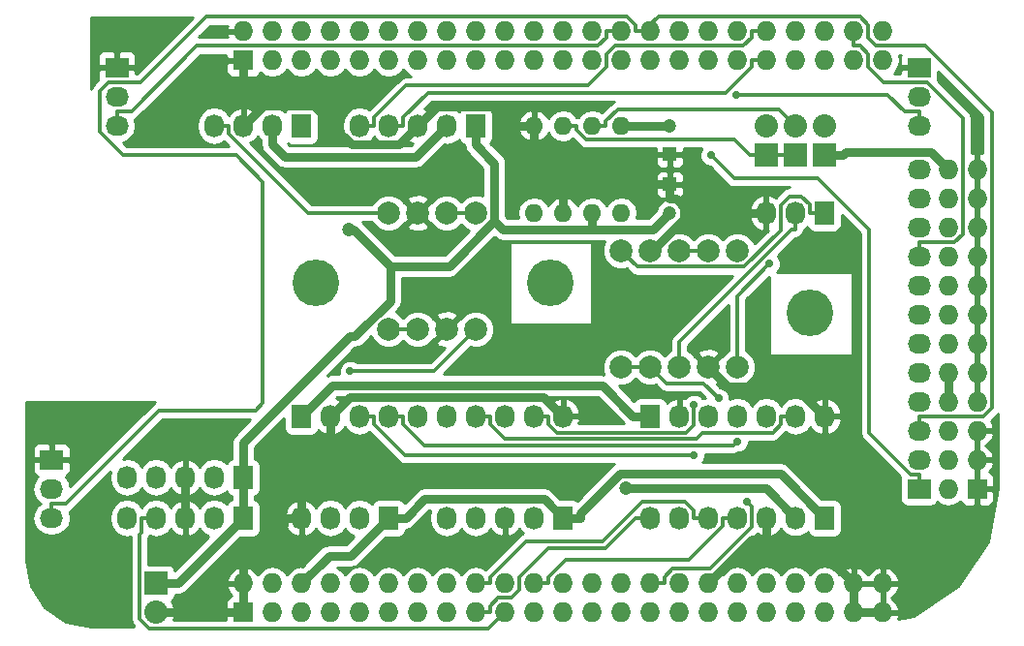
<source format=gtl>
G04 #@! TF.FileFunction,Copper,L1,Top,Signal*
%FSLAX46Y46*%
G04 Gerber Fmt 4.6, Leading zero omitted, Abs format (unit mm)*
G04 Created by KiCad (PCBNEW 0.201601051410+6422~40~ubuntu14.04.1-stable) date Mo 18 Jan 2016 21:21:09 CET*
%MOMM*%
G01*
G04 APERTURE LIST*
%ADD10C,0.100000*%
%ADD11C,4.064000*%
%ADD12R,2.032000X1.727200*%
%ADD13O,2.032000X1.727200*%
%ADD14R,1.727200X1.727200*%
%ADD15O,1.727200X1.727200*%
%ADD16R,2.032000X2.032000*%
%ADD17O,2.032000X2.032000*%
%ADD18R,1.727200X2.032000*%
%ADD19O,1.727200X2.032000*%
%ADD20C,1.998980*%
%ADD21R,1.200000X1.200000*%
%ADD22C,1.200000*%
%ADD23O,1.600000X1.600000*%
%ADD24C,0.700000*%
%ADD25C,0.300000*%
%ADD26C,0.762000*%
%ADD27C,0.254000*%
G04 APERTURE END LIST*
D10*
D11*
X26035000Y30734000D03*
D12*
X78740000Y12700000D03*
D13*
X78740000Y15240000D03*
X78740000Y17780000D03*
X78740000Y20320000D03*
X78740000Y22860000D03*
X78740000Y25400000D03*
X78740000Y27940000D03*
X78740000Y30480000D03*
X78740000Y33020000D03*
X78740000Y35560000D03*
X78740000Y38100000D03*
X78740000Y40640000D03*
D14*
X83820000Y12700000D03*
D15*
X81280000Y12700000D03*
X83820000Y15240000D03*
X81280000Y15240000D03*
X83820000Y17780000D03*
X81280000Y17780000D03*
X83820000Y20320000D03*
X81280000Y20320000D03*
X83820000Y22860000D03*
X81280000Y22860000D03*
X83820000Y25400000D03*
X81280000Y25400000D03*
X83820000Y27940000D03*
X81280000Y27940000D03*
X83820000Y30480000D03*
X81280000Y30480000D03*
X83820000Y33020000D03*
X81280000Y33020000D03*
X83820000Y35560000D03*
X81280000Y35560000D03*
X83820000Y38100000D03*
X81280000Y38100000D03*
X83820000Y40640000D03*
X81280000Y40640000D03*
D16*
X70460000Y41910000D03*
D17*
X70460000Y44450000D03*
D18*
X24765000Y19050000D03*
D19*
X27305000Y19050000D03*
X29845000Y19050000D03*
X32385000Y19050000D03*
X34925000Y19050000D03*
X37465000Y19050000D03*
X40005000Y19050000D03*
X42545000Y19050000D03*
X45085000Y19050000D03*
X47625000Y19050000D03*
D18*
X55245000Y19050000D03*
D19*
X57785000Y19050000D03*
X60325000Y19050000D03*
X62865000Y19050000D03*
X65405000Y19050000D03*
X67945000Y19050000D03*
X70485000Y19050000D03*
D14*
X19685000Y50165000D03*
D15*
X19685000Y52705000D03*
X22225000Y50165000D03*
X22225000Y52705000D03*
X24765000Y50165000D03*
X24765000Y52705000D03*
X27305000Y50165000D03*
X27305000Y52705000D03*
X29845000Y50165000D03*
X29845000Y52705000D03*
X32385000Y50165000D03*
X32385000Y52705000D03*
X34925000Y50165000D03*
X34925000Y52705000D03*
X37465000Y50165000D03*
X37465000Y52705000D03*
X40005000Y50165000D03*
X40005000Y52705000D03*
X42545000Y50165000D03*
X42545000Y52705000D03*
X45085000Y50165000D03*
X45085000Y52705000D03*
X47625000Y50165000D03*
X47625000Y52705000D03*
X50165000Y50165000D03*
X50165000Y52705000D03*
X52705000Y50165000D03*
X52705000Y52705000D03*
X55245000Y50165000D03*
X55245000Y52705000D03*
X57785000Y50165000D03*
X57785000Y52705000D03*
X60325000Y50165000D03*
X60325000Y52705000D03*
X62865000Y50165000D03*
X62865000Y52705000D03*
X65405000Y50165000D03*
X65405000Y52705000D03*
X67945000Y50165000D03*
X67945000Y52705000D03*
X70485000Y50165000D03*
X70485000Y52705000D03*
X73025000Y50165000D03*
X73025000Y52705000D03*
X75565000Y50165000D03*
X75565000Y52705000D03*
D14*
X19685000Y1905000D03*
D15*
X19685000Y4445000D03*
X22225000Y1905000D03*
X22225000Y4445000D03*
X24765000Y1905000D03*
X24765000Y4445000D03*
X27305000Y1905000D03*
X27305000Y4445000D03*
X29845000Y1905000D03*
X29845000Y4445000D03*
X32385000Y1905000D03*
X32385000Y4445000D03*
X34925000Y1905000D03*
X34925000Y4445000D03*
X37465000Y1905000D03*
X37465000Y4445000D03*
X40005000Y1905000D03*
X40005000Y4445000D03*
X42545000Y1905000D03*
X42545000Y4445000D03*
X45085000Y1905000D03*
X45085000Y4445000D03*
X47625000Y1905000D03*
X47625000Y4445000D03*
X50165000Y1905000D03*
X50165000Y4445000D03*
X52705000Y1905000D03*
X52705000Y4445000D03*
X55245000Y1905000D03*
X55245000Y4445000D03*
X57785000Y1905000D03*
X57785000Y4445000D03*
X60325000Y1905000D03*
X60325000Y4445000D03*
X62865000Y1905000D03*
X62865000Y4445000D03*
X65405000Y1905000D03*
X65405000Y4445000D03*
X67945000Y1905000D03*
X67945000Y4445000D03*
X70485000Y1905000D03*
X70485000Y4445000D03*
X73025000Y1905000D03*
X73025000Y4445000D03*
X75565000Y1905000D03*
X75565000Y4445000D03*
D16*
X12065000Y4445000D03*
D17*
X12065000Y1905000D03*
D18*
X70485000Y10160000D03*
D19*
X67945000Y10160000D03*
X65405000Y10160000D03*
X62865000Y10160000D03*
X60325000Y10160000D03*
X57785000Y10160000D03*
X55245000Y10160000D03*
D16*
X67920000Y41910000D03*
D17*
X67920000Y44450000D03*
D16*
X65380000Y41910000D03*
D17*
X65380000Y44450000D03*
D20*
X62865000Y23368000D03*
X62865000Y33528000D03*
D21*
X56947000Y39319200D03*
D22*
X56947000Y36819200D03*
D21*
X56947000Y41960800D03*
D22*
X56947000Y44460800D03*
D18*
X19685000Y10160000D03*
D19*
X17145000Y10160000D03*
X14605000Y10160000D03*
X12065000Y10160000D03*
X9525000Y10160000D03*
D18*
X47625000Y10160000D03*
D19*
X45085000Y10160000D03*
X42545000Y10160000D03*
X40005000Y10160000D03*
X37465000Y10160000D03*
D11*
X69215000Y28067000D03*
X46482000Y30734000D03*
D12*
X8636000Y49530000D03*
D13*
X8636000Y46990000D03*
X8636000Y44450000D03*
D12*
X2921000Y15240000D03*
D13*
X2921000Y12700000D03*
X2921000Y10160000D03*
D12*
X78740000Y49530000D03*
D13*
X78740000Y46990000D03*
X78740000Y44450000D03*
D18*
X40005000Y44450000D03*
D19*
X37465000Y44450000D03*
X34925000Y44450000D03*
X32385000Y44450000D03*
X29845000Y44450000D03*
D18*
X32385000Y10160000D03*
D19*
X29845000Y10160000D03*
X27305000Y10160000D03*
X24765000Y10160000D03*
D20*
X40005000Y26670000D03*
X40005000Y36830000D03*
X37465000Y36830000D03*
X37465000Y26670000D03*
X32385000Y36830000D03*
X32385000Y26670000D03*
X34925000Y26670000D03*
X34925000Y36830000D03*
D23*
X45085000Y36830000D03*
X47625000Y36830000D03*
X50165000Y36830000D03*
X52705000Y36830000D03*
X52705000Y44450000D03*
X50165000Y44450000D03*
X47625000Y44450000D03*
X45085000Y44450000D03*
D18*
X24765000Y44450000D03*
D19*
X22225000Y44450000D03*
X19685000Y44450000D03*
X17145000Y44450000D03*
D18*
X19685000Y13716000D03*
D19*
X17145000Y13716000D03*
X14605000Y13716000D03*
X12065000Y13716000D03*
X9525000Y13716000D03*
D18*
X70460000Y36830000D03*
D19*
X67920000Y36830000D03*
X65380000Y36830000D03*
D20*
X52705000Y33528000D03*
X52705000Y23368000D03*
X55245000Y23368000D03*
X55245000Y33528000D03*
X57785000Y23368000D03*
X57785000Y33528000D03*
X60325000Y33528000D03*
X60325000Y23368000D03*
D24*
X60577800Y41881200D03*
X62765800Y47179800D03*
D22*
X28918100Y35421500D03*
X53135000Y12748400D03*
D24*
X63667100Y11614200D03*
X62865000Y16853200D03*
X65691200Y32396800D03*
X59055000Y15644200D03*
X59057000Y20028900D03*
X29033100Y22997000D03*
X61231300Y20607900D03*
D25*
X51437100Y52179600D02*
X51437100Y52705000D01*
X50690500Y51433000D02*
X51437100Y52179600D01*
X15619000Y51433000D02*
X50690500Y51433000D01*
X9903900Y45717900D02*
X15619000Y51433000D01*
X8636000Y45717900D02*
X9903900Y45717900D01*
X8636000Y44450000D02*
X8636000Y45717900D01*
X52705000Y52705000D02*
X51437100Y52705000D01*
X78740000Y12700000D02*
X78740000Y13967900D01*
X78026800Y13967900D02*
X78740000Y13967900D01*
X74404800Y17589900D02*
X78026800Y13967900D01*
X74404800Y35354100D02*
X74404800Y17589900D01*
X69892400Y39866500D02*
X74404800Y35354100D01*
X62592500Y39866500D02*
X69892400Y39866500D01*
X60577800Y41881200D02*
X62592500Y39866500D01*
X53977100Y53230400D02*
X53977100Y52705000D01*
X53221300Y53986200D02*
X53977100Y53230400D01*
X16437000Y53986200D02*
X53221300Y53986200D01*
X10712800Y48262000D02*
X16437000Y53986200D01*
X7899500Y48262000D02*
X10712800Y48262000D01*
X7156600Y47519100D02*
X7899500Y48262000D01*
X7156600Y43937500D02*
X7156600Y47519100D01*
X9217000Y41877100D02*
X7156600Y43937500D01*
X19083400Y41877100D02*
X9217000Y41877100D01*
X21410500Y39550000D02*
X19083400Y41877100D01*
X21410500Y20183000D02*
X21410500Y39550000D01*
X20795000Y19567500D02*
X21410500Y20183000D01*
X12328500Y19567500D02*
X20795000Y19567500D01*
X4188900Y11427900D02*
X12328500Y19567500D01*
X2921000Y11427900D02*
X4188900Y11427900D01*
X2921000Y10160000D02*
X2921000Y11427900D01*
X55245000Y52705000D02*
X54675500Y52705000D01*
X54675500Y52705000D02*
X53977100Y52705000D01*
X84353100Y19047900D02*
X78740000Y19047900D01*
X85088000Y19782800D02*
X84353100Y19047900D01*
X85088000Y45633300D02*
X85088000Y19782800D01*
X79286300Y51435000D02*
X85088000Y45633300D01*
X75000600Y51435000D02*
X79286300Y51435000D01*
X74297000Y52138600D02*
X75000600Y51435000D01*
X74297000Y53283000D02*
X74297000Y52138600D01*
X73579300Y54000700D02*
X74297000Y53283000D01*
X55971200Y54000700D02*
X73579300Y54000700D01*
X54675500Y52705000D02*
X55971200Y54000700D01*
X78740000Y17780000D02*
X78740000Y19047900D01*
X76010200Y47179800D02*
X62765800Y47179800D01*
X77472100Y45717900D02*
X76010200Y47179800D01*
X78740000Y45717900D02*
X77472100Y45717900D01*
X78740000Y44450000D02*
X78740000Y45717900D01*
X81842300Y34287900D02*
X78740000Y34287900D01*
X82548000Y34993600D02*
X81842300Y34287900D01*
X82548000Y45145400D02*
X82548000Y34993600D01*
X79431400Y48262000D02*
X82548000Y45145400D01*
X75620700Y48262000D02*
X79431400Y48262000D01*
X74295000Y49587700D02*
X75620700Y48262000D01*
X74295000Y50733400D02*
X74295000Y49587700D01*
X73591300Y51437100D02*
X74295000Y50733400D01*
X73025000Y51437100D02*
X73591300Y51437100D01*
X73025000Y52705000D02*
X73025000Y51437100D01*
X78740000Y33020000D02*
X78740000Y34287900D01*
D26*
X65380000Y36830000D02*
X64059000Y36830000D01*
X64059000Y36830000D02*
X58215500Y36830000D01*
X58215500Y37364100D02*
X58215500Y36830000D01*
X57495700Y38083900D02*
X58215500Y37364100D01*
X56947000Y38083900D02*
X57495700Y38083900D01*
X55422800Y33528000D02*
X55245000Y33528000D01*
X58215500Y36320700D02*
X55422800Y33528000D01*
X58215500Y36830000D02*
X58215500Y36320700D01*
X12065000Y1905000D02*
X13716300Y1905000D01*
X19685000Y1905000D02*
X13716300Y1905000D01*
X56947000Y39319200D02*
X56947000Y38083900D01*
X65405000Y8267300D02*
X65405000Y10160000D01*
X64147300Y8267300D02*
X65405000Y8267300D01*
X60325000Y4445000D02*
X64147300Y8267300D01*
X69202700Y8267300D02*
X73025000Y4445000D01*
X65405000Y8267300D02*
X69202700Y8267300D01*
X27305000Y19050000D02*
X27305000Y17398700D01*
X28964100Y20709100D02*
X27305000Y19050000D01*
X45965900Y20709100D02*
X28964100Y20709100D01*
X47625000Y19050000D02*
X45965900Y20709100D01*
X14605000Y13716000D02*
X14605000Y10160000D01*
X19685000Y5014500D02*
X19685000Y5943900D01*
X19685000Y5014500D02*
X19685000Y4445000D01*
X19685000Y4445000D02*
X19685000Y1905000D01*
X24765000Y14858700D02*
X24765000Y10160000D01*
X27305000Y17398700D02*
X24765000Y14858700D01*
X23266100Y9525000D02*
X19685000Y5943900D01*
X23266100Y10160000D02*
X23266100Y9525000D01*
X24765000Y10160000D02*
X23266100Y10160000D01*
X19685000Y50165000D02*
X19685000Y48666100D01*
X19685000Y44450000D02*
X21425300Y46190300D01*
X21425300Y46925800D02*
X19685000Y48666100D01*
X21425300Y46190300D02*
X21425300Y46925800D01*
X47625000Y36830000D02*
X47625000Y38011200D01*
X45085000Y42913100D02*
X48678900Y39319200D01*
X45085000Y44450000D02*
X45085000Y42913100D01*
X47625000Y38265300D02*
X48678900Y39319200D01*
X47625000Y38011200D02*
X47625000Y38265300D01*
X48678900Y39319200D02*
X56947000Y39319200D01*
X33267600Y42792600D02*
X34925000Y44450000D01*
X29150600Y42792600D02*
X33267600Y42792600D01*
X27133800Y44809400D02*
X29150600Y42792600D01*
X27133800Y44890100D02*
X27133800Y44809400D01*
X25833600Y46190300D02*
X27133800Y44890100D01*
X21425300Y46190300D02*
X25833600Y46190300D01*
X41998300Y46101400D02*
X43649700Y44450000D01*
X36576400Y46101400D02*
X41998300Y46101400D01*
X34925000Y44450000D02*
X36576400Y46101400D01*
X45085000Y44450000D02*
X43649700Y44450000D01*
X67841600Y21693400D02*
X70485000Y19050000D01*
X61999600Y21693400D02*
X67841600Y21693400D01*
X60325000Y23368000D02*
X61999600Y21693400D01*
X73025000Y4445000D02*
X73025000Y2946100D01*
X75565000Y1905000D02*
X73025000Y1905000D01*
X73025000Y1905000D02*
X73025000Y2946100D01*
X13970000Y4445000D02*
X12065000Y4445000D01*
X19685000Y10160000D02*
X13970000Y4445000D01*
X40005000Y44450000D02*
X40005000Y42798700D01*
X29296000Y35421500D02*
X28918100Y35421500D01*
X32526500Y32191000D02*
X29296000Y35421500D01*
X29091900Y6866900D02*
X32385000Y10160000D01*
X27186900Y6866900D02*
X29091900Y6866900D01*
X24765000Y4445000D02*
X27186900Y6866900D01*
X32385000Y10160000D02*
X33883900Y10160000D01*
X37678100Y32191000D02*
X41644500Y36157400D01*
X32526500Y32191000D02*
X37678100Y32191000D01*
X41644500Y41159200D02*
X40005000Y42798700D01*
X41644500Y36157400D02*
X41644500Y41159200D01*
X19685000Y16751900D02*
X19685000Y13716000D01*
X28984800Y26051700D02*
X19685000Y16751900D01*
X29454600Y26051700D02*
X28984800Y26051700D01*
X32526500Y29123600D02*
X29454600Y26051700D01*
X32526500Y32191000D02*
X32526500Y29123600D01*
X19685000Y13716000D02*
X19685000Y10160000D01*
X50165000Y36830000D02*
X50165000Y35394700D01*
X42407200Y35394700D02*
X50165000Y35394700D01*
X41644500Y36157400D02*
X42407200Y35394700D01*
X55522500Y35394700D02*
X56947000Y36819200D01*
X50165000Y35394700D02*
X55522500Y35394700D01*
X45973600Y11811400D02*
X47625000Y10160000D01*
X35535300Y11811400D02*
X45973600Y11811400D01*
X33883900Y10160000D02*
X35535300Y11811400D01*
X49123900Y10534700D02*
X49123900Y10160000D01*
X52600300Y14011100D02*
X49123900Y10534700D01*
X66633900Y14011100D02*
X52600300Y14011100D01*
X70485000Y10160000D02*
X66633900Y14011100D01*
X47625000Y10160000D02*
X49123900Y10160000D01*
X23281800Y41741900D02*
X22225000Y42798700D01*
X34756900Y41741900D02*
X23281800Y41741900D01*
X37465000Y44450000D02*
X34756900Y41741900D01*
X22225000Y44450000D02*
X22225000Y42798700D01*
X51063000Y21733100D02*
X53746100Y19050000D01*
X27448100Y21733100D02*
X51063000Y21733100D01*
X24765000Y19050000D02*
X27448100Y21733100D01*
X55245000Y19050000D02*
X53746100Y19050000D01*
X65356600Y12748400D02*
X53135000Y12748400D01*
X67945000Y10160000D02*
X65356600Y12748400D01*
X56936200Y44450000D02*
X56947000Y44460800D01*
X52705000Y44450000D02*
X56936200Y44450000D01*
D25*
X34925000Y26670000D02*
X32385000Y26670000D01*
X64133000Y11148300D02*
X63667100Y11614200D01*
X64133000Y9397100D02*
X64133000Y11148300D01*
X60448800Y5712900D02*
X64133000Y9397100D01*
X57226000Y5712900D02*
X60448800Y5712900D01*
X56512900Y4999800D02*
X57226000Y5712900D01*
X56512900Y4445000D02*
X56512900Y4999800D01*
X55245000Y4445000D02*
X56512900Y4445000D01*
X32385000Y19050000D02*
X33652900Y19050000D01*
X62532800Y16521000D02*
X62865000Y16853200D01*
X35504100Y16521000D02*
X62532800Y16521000D01*
X33652900Y18372200D02*
X35504100Y16521000D01*
X33652900Y19050000D02*
X33652900Y18372200D01*
X67945000Y19050000D02*
X66677100Y19050000D01*
X40005000Y19050000D02*
X41272900Y19050000D01*
X66677100Y18336800D02*
X66677100Y19050000D01*
X65970000Y17629700D02*
X66677100Y18336800D01*
X59840700Y17629700D02*
X65970000Y17629700D01*
X59286300Y17075300D02*
X59840700Y17629700D01*
X42569800Y17075300D02*
X59286300Y17075300D01*
X41272900Y18372200D02*
X42569800Y17075300D01*
X41272900Y19050000D02*
X41272900Y18372200D01*
X64137100Y49643900D02*
X64137100Y50165000D01*
X61845400Y47352200D02*
X64137100Y49643900D01*
X35841900Y47352200D02*
X61845400Y47352200D01*
X33652900Y45163200D02*
X35841900Y47352200D01*
X33652900Y44450000D02*
X33652900Y45163200D01*
X32385000Y44450000D02*
X33652900Y44450000D01*
X65405000Y50165000D02*
X64137100Y50165000D01*
X64137100Y52179600D02*
X64137100Y52705000D01*
X63392500Y51435000D02*
X64137100Y52179600D01*
X52149400Y51435000D02*
X63392500Y51435000D01*
X51435000Y50720600D02*
X52149400Y51435000D01*
X51435000Y49637100D02*
X51435000Y50720600D01*
X49777700Y47979800D02*
X51435000Y49637100D01*
X33929500Y47979800D02*
X49777700Y47979800D01*
X31112900Y45163200D02*
X33929500Y47979800D01*
X31112900Y44450000D02*
X31112900Y45163200D01*
X29845000Y44450000D02*
X31112900Y44450000D01*
X65405000Y52705000D02*
X64137100Y52705000D01*
X59057100Y10837800D02*
X59057100Y10160000D01*
X58309500Y11585400D02*
X59057100Y10837800D01*
X54536600Y11585400D02*
X58309500Y11585400D01*
X51058100Y8106900D02*
X54536600Y11585400D01*
X44380100Y8106900D02*
X51058100Y8106900D01*
X41272900Y4999700D02*
X44380100Y8106900D01*
X41272900Y4445000D02*
X41272900Y4999700D01*
X40005000Y4445000D02*
X41272900Y4445000D01*
X60325000Y10160000D02*
X59057100Y10160000D01*
X45085000Y4445000D02*
X46352900Y4445000D01*
X62865000Y10160000D02*
X61597100Y10160000D01*
X46352900Y4999700D02*
X46352900Y4445000D01*
X47850100Y6496900D02*
X46352900Y4999700D01*
X58607500Y6496900D02*
X47850100Y6496900D01*
X61597100Y9486500D02*
X58607500Y6496900D01*
X61597100Y10160000D02*
X61597100Y9486500D01*
X67920000Y41910000D02*
X65380000Y41910000D01*
X47625000Y44450000D02*
X48829300Y44450000D01*
X65380000Y41910000D02*
X63959700Y41910000D01*
X48829300Y44073600D02*
X48829300Y44450000D01*
X49657200Y43245700D02*
X48829300Y44073600D01*
X62624000Y43245700D02*
X49657200Y43245700D01*
X63959700Y41910000D02*
X62624000Y43245700D01*
X66499600Y45870400D02*
X67920000Y44450000D01*
X52413400Y45870400D02*
X66499600Y45870400D01*
X51369300Y44826300D02*
X52413400Y45870400D01*
X51369300Y44450000D02*
X51369300Y44826300D01*
X50165000Y44450000D02*
X51369300Y44450000D01*
X62865000Y29570600D02*
X62865000Y23368000D01*
X65691200Y32396800D02*
X62865000Y29570600D01*
X41110100Y470100D02*
X42545000Y1905000D01*
X11471400Y470100D02*
X41110100Y470100D01*
X10631200Y1310300D02*
X11471400Y470100D01*
X10631200Y8726200D02*
X10631200Y1310300D01*
X10797100Y8892100D02*
X10631200Y8726200D01*
X10797100Y10160000D02*
X10797100Y8892100D01*
X12065000Y10160000D02*
X10797100Y10160000D01*
X51369600Y7552500D02*
X53977100Y10160000D01*
X46362600Y7552500D02*
X51369600Y7552500D01*
X43815000Y5004900D02*
X46362600Y7552500D01*
X43815000Y3880600D02*
X43815000Y5004900D01*
X43107300Y3172900D02*
X43815000Y3880600D01*
X41986000Y3172900D02*
X43107300Y3172900D01*
X41272900Y2459800D02*
X41986000Y3172900D01*
X41272900Y1905000D02*
X41272900Y2459800D01*
X40005000Y1905000D02*
X41272900Y1905000D01*
X55245000Y10160000D02*
X53977100Y10160000D01*
D26*
X81280000Y22860000D02*
X81280000Y20320000D01*
X79771900Y42148100D02*
X81280000Y40640000D01*
X72349400Y42148100D02*
X79771900Y42148100D01*
X72111300Y41910000D02*
X72349400Y42148100D01*
X70460000Y41910000D02*
X72111300Y41910000D01*
D25*
X29845000Y19050000D02*
X31112900Y19050000D01*
X33840900Y15644200D02*
X59055000Y15644200D01*
X31112900Y18372200D02*
X33840900Y15644200D01*
X31112900Y19050000D02*
X31112900Y18372200D01*
X46352900Y18372200D02*
X46352900Y19050000D01*
X47095400Y17629700D02*
X46352900Y18372200D01*
X58408900Y17629700D02*
X47095400Y17629700D01*
X59057000Y18277800D02*
X58408900Y17629700D01*
X59057000Y20028900D02*
X59057000Y18277800D01*
X45085000Y19050000D02*
X46352900Y19050000D01*
X37465000Y36830000D02*
X40005000Y36830000D01*
X36332000Y22997000D02*
X40005000Y26670000D01*
X29033100Y22997000D02*
X36332000Y22997000D01*
X25334000Y36830000D02*
X32385000Y36830000D01*
X18412900Y43751100D02*
X25334000Y36830000D01*
X18412900Y44450000D02*
X18412900Y43751100D01*
X17145000Y44450000D02*
X18412900Y44450000D01*
X52705000Y23368000D02*
X55245000Y23368000D01*
X59900800Y21938400D02*
X61231300Y20607900D01*
X56674600Y21938400D02*
X59900800Y21938400D01*
X55245000Y23368000D02*
X56674600Y21938400D01*
X60325000Y33528000D02*
X57785000Y33528000D01*
X70460000Y36830000D02*
X69192100Y36830000D01*
X54109500Y32123500D02*
X52705000Y33528000D01*
X63451900Y32123500D02*
X54109500Y32123500D01*
X66650100Y35321700D02*
X63451900Y32123500D01*
X66650100Y37515800D02*
X66650100Y35321700D01*
X67431100Y38296800D02*
X66650100Y37515800D01*
X68438500Y38296800D02*
X67431100Y38296800D01*
X69192100Y37543200D02*
X68438500Y38296800D01*
X69192100Y36830000D02*
X69192100Y37543200D01*
X57785000Y25573100D02*
X57785000Y23368000D01*
X67621600Y35409700D02*
X57785000Y25573100D01*
X67920000Y35409700D02*
X67621600Y35409700D01*
X67920000Y36830000D02*
X67920000Y35409700D01*
D27*
G36*
X11773421Y20122579D02*
X4562286Y12911444D01*
X4490271Y13273489D01*
X4165415Y13759670D01*
X4143220Y13774500D01*
X4296698Y13838073D01*
X4475327Y14016701D01*
X4572000Y14250090D01*
X4572000Y14954250D01*
X4413250Y15113000D01*
X3048000Y15113000D01*
X3048000Y15093000D01*
X2794000Y15093000D01*
X2794000Y15113000D01*
X1428750Y15113000D01*
X1270000Y14954250D01*
X1270000Y14250090D01*
X1366673Y14016701D01*
X1545302Y13838073D01*
X1698780Y13774500D01*
X1676585Y13759670D01*
X1351729Y13273489D01*
X1237655Y12700000D01*
X1351729Y12126511D01*
X1676585Y11640330D01*
X1991366Y11430000D01*
X1676585Y11219670D01*
X1351729Y10733489D01*
X1237655Y10160000D01*
X1351729Y9586511D01*
X1676585Y9100330D01*
X2162766Y8775474D01*
X2736255Y8661400D01*
X3105745Y8661400D01*
X3679234Y8775474D01*
X4165415Y9100330D01*
X4490271Y9586511D01*
X4604345Y10160000D01*
X4495572Y10706841D01*
X4743979Y10872821D01*
X8089592Y14218434D01*
X8026400Y13900745D01*
X8026400Y13531255D01*
X8140474Y12957766D01*
X8465330Y12471585D01*
X8951511Y12146729D01*
X9525000Y12032655D01*
X10098489Y12146729D01*
X10584670Y12471585D01*
X10795000Y12786366D01*
X11005330Y12471585D01*
X11491511Y12146729D01*
X12065000Y12032655D01*
X12638489Y12146729D01*
X13124670Y12471585D01*
X13331461Y12781069D01*
X13702964Y12365268D01*
X14230209Y12111291D01*
X14245974Y12108642D01*
X14478000Y12229783D01*
X14478000Y13589000D01*
X14458000Y13589000D01*
X14458000Y13843000D01*
X14478000Y13843000D01*
X14478000Y15202217D01*
X14245974Y15323358D01*
X14230209Y15320709D01*
X13702964Y15066732D01*
X13331461Y14650931D01*
X13124670Y14960415D01*
X12638489Y15285271D01*
X12065000Y15399345D01*
X11491511Y15285271D01*
X11005330Y14960415D01*
X10795000Y14645634D01*
X10584670Y14960415D01*
X10098489Y15285271D01*
X9525000Y15399345D01*
X9207311Y15336153D01*
X12653658Y18782500D01*
X20278760Y18782500D01*
X18966580Y17470320D01*
X18746338Y17140707D01*
X18746338Y17140706D01*
X18669000Y16751900D01*
X18669000Y15350764D01*
X18586083Y15335162D01*
X18369959Y15196090D01*
X18224969Y14983890D01*
X18216600Y14942561D01*
X18204670Y14960415D01*
X17718489Y15285271D01*
X17145000Y15399345D01*
X16571511Y15285271D01*
X16085330Y14960415D01*
X15878539Y14650931D01*
X15507036Y15066732D01*
X14979791Y15320709D01*
X14964026Y15323358D01*
X14732000Y15202217D01*
X14732000Y13843000D01*
X14752000Y13843000D01*
X14752000Y13589000D01*
X14732000Y13589000D01*
X14732000Y12229783D01*
X14964026Y12108642D01*
X14979791Y12111291D01*
X15507036Y12365268D01*
X15878539Y12781069D01*
X16085330Y12471585D01*
X16571511Y12146729D01*
X17145000Y12032655D01*
X17718489Y12146729D01*
X18204670Y12471585D01*
X18214243Y12485913D01*
X18218238Y12464683D01*
X18357310Y12248559D01*
X18569510Y12103569D01*
X18669000Y12083422D01*
X18669000Y11794764D01*
X18586083Y11779162D01*
X18369959Y11640090D01*
X18224969Y11427890D01*
X18216600Y11386561D01*
X18204670Y11404415D01*
X17718489Y11729271D01*
X17145000Y11843345D01*
X16571511Y11729271D01*
X16085330Y11404415D01*
X15878539Y11094931D01*
X15507036Y11510732D01*
X14979791Y11764709D01*
X14964026Y11767358D01*
X14732000Y11646217D01*
X14732000Y10287000D01*
X14752000Y10287000D01*
X14752000Y10033000D01*
X14732000Y10033000D01*
X14732000Y8673783D01*
X14964026Y8552642D01*
X14979791Y8555291D01*
X15507036Y8809268D01*
X15878539Y9225069D01*
X16085330Y8915585D01*
X16571511Y8590729D01*
X16661073Y8572914D01*
X13700048Y5611888D01*
X13684162Y5696317D01*
X13545090Y5912441D01*
X13332890Y6057431D01*
X13081000Y6108440D01*
X11416200Y6108440D01*
X11416200Y8432835D01*
X11518159Y8585428D01*
X12065000Y8476655D01*
X12638489Y8590729D01*
X13124670Y8915585D01*
X13331461Y9225069D01*
X13702964Y8809268D01*
X14230209Y8555291D01*
X14245974Y8552642D01*
X14478000Y8673783D01*
X14478000Y10033000D01*
X14458000Y10033000D01*
X14458000Y10287000D01*
X14478000Y10287000D01*
X14478000Y11646217D01*
X14245974Y11767358D01*
X14230209Y11764709D01*
X13702964Y11510732D01*
X13331461Y11094931D01*
X13124670Y11404415D01*
X12638489Y11729271D01*
X12065000Y11843345D01*
X11491511Y11729271D01*
X11005330Y11404415D01*
X10795000Y11089634D01*
X10584670Y11404415D01*
X10098489Y11729271D01*
X9525000Y11843345D01*
X8951511Y11729271D01*
X8465330Y11404415D01*
X8140474Y10918234D01*
X8026400Y10344745D01*
X8026400Y9975255D01*
X8140474Y9401766D01*
X8465330Y8915585D01*
X8951511Y8590729D01*
X9525000Y8476655D01*
X9846200Y8540546D01*
X9846200Y1310300D01*
X9905955Y1009893D01*
X10076121Y755221D01*
X10146342Y685000D01*
X6417467Y685000D01*
X4187235Y1128621D01*
X2353730Y2353730D01*
X1128621Y4187235D01*
X685000Y6417467D01*
X685000Y16229910D01*
X1270000Y16229910D01*
X1270000Y15525750D01*
X1428750Y15367000D01*
X2794000Y15367000D01*
X2794000Y16579850D01*
X3048000Y16579850D01*
X3048000Y15367000D01*
X4413250Y15367000D01*
X4572000Y15525750D01*
X4572000Y16229910D01*
X4475327Y16463299D01*
X4296698Y16641927D01*
X4063309Y16738600D01*
X3206750Y16738600D01*
X3048000Y16579850D01*
X2794000Y16579850D01*
X2635250Y16738600D01*
X1778691Y16738600D01*
X1545302Y16641927D01*
X1366673Y16463299D01*
X1270000Y16229910D01*
X685000Y16229910D01*
X685000Y20270000D01*
X11994053Y20270000D01*
X11773421Y20122579D01*
X11773421Y20122579D01*
G37*
X11773421Y20122579D02*
X4562286Y12911444D01*
X4490271Y13273489D01*
X4165415Y13759670D01*
X4143220Y13774500D01*
X4296698Y13838073D01*
X4475327Y14016701D01*
X4572000Y14250090D01*
X4572000Y14954250D01*
X4413250Y15113000D01*
X3048000Y15113000D01*
X3048000Y15093000D01*
X2794000Y15093000D01*
X2794000Y15113000D01*
X1428750Y15113000D01*
X1270000Y14954250D01*
X1270000Y14250090D01*
X1366673Y14016701D01*
X1545302Y13838073D01*
X1698780Y13774500D01*
X1676585Y13759670D01*
X1351729Y13273489D01*
X1237655Y12700000D01*
X1351729Y12126511D01*
X1676585Y11640330D01*
X1991366Y11430000D01*
X1676585Y11219670D01*
X1351729Y10733489D01*
X1237655Y10160000D01*
X1351729Y9586511D01*
X1676585Y9100330D01*
X2162766Y8775474D01*
X2736255Y8661400D01*
X3105745Y8661400D01*
X3679234Y8775474D01*
X4165415Y9100330D01*
X4490271Y9586511D01*
X4604345Y10160000D01*
X4495572Y10706841D01*
X4743979Y10872821D01*
X8089592Y14218434D01*
X8026400Y13900745D01*
X8026400Y13531255D01*
X8140474Y12957766D01*
X8465330Y12471585D01*
X8951511Y12146729D01*
X9525000Y12032655D01*
X10098489Y12146729D01*
X10584670Y12471585D01*
X10795000Y12786366D01*
X11005330Y12471585D01*
X11491511Y12146729D01*
X12065000Y12032655D01*
X12638489Y12146729D01*
X13124670Y12471585D01*
X13331461Y12781069D01*
X13702964Y12365268D01*
X14230209Y12111291D01*
X14245974Y12108642D01*
X14478000Y12229783D01*
X14478000Y13589000D01*
X14458000Y13589000D01*
X14458000Y13843000D01*
X14478000Y13843000D01*
X14478000Y15202217D01*
X14245974Y15323358D01*
X14230209Y15320709D01*
X13702964Y15066732D01*
X13331461Y14650931D01*
X13124670Y14960415D01*
X12638489Y15285271D01*
X12065000Y15399345D01*
X11491511Y15285271D01*
X11005330Y14960415D01*
X10795000Y14645634D01*
X10584670Y14960415D01*
X10098489Y15285271D01*
X9525000Y15399345D01*
X9207311Y15336153D01*
X12653658Y18782500D01*
X20278760Y18782500D01*
X18966580Y17470320D01*
X18746338Y17140707D01*
X18746338Y17140706D01*
X18669000Y16751900D01*
X18669000Y15350764D01*
X18586083Y15335162D01*
X18369959Y15196090D01*
X18224969Y14983890D01*
X18216600Y14942561D01*
X18204670Y14960415D01*
X17718489Y15285271D01*
X17145000Y15399345D01*
X16571511Y15285271D01*
X16085330Y14960415D01*
X15878539Y14650931D01*
X15507036Y15066732D01*
X14979791Y15320709D01*
X14964026Y15323358D01*
X14732000Y15202217D01*
X14732000Y13843000D01*
X14752000Y13843000D01*
X14752000Y13589000D01*
X14732000Y13589000D01*
X14732000Y12229783D01*
X14964026Y12108642D01*
X14979791Y12111291D01*
X15507036Y12365268D01*
X15878539Y12781069D01*
X16085330Y12471585D01*
X16571511Y12146729D01*
X17145000Y12032655D01*
X17718489Y12146729D01*
X18204670Y12471585D01*
X18214243Y12485913D01*
X18218238Y12464683D01*
X18357310Y12248559D01*
X18569510Y12103569D01*
X18669000Y12083422D01*
X18669000Y11794764D01*
X18586083Y11779162D01*
X18369959Y11640090D01*
X18224969Y11427890D01*
X18216600Y11386561D01*
X18204670Y11404415D01*
X17718489Y11729271D01*
X17145000Y11843345D01*
X16571511Y11729271D01*
X16085330Y11404415D01*
X15878539Y11094931D01*
X15507036Y11510732D01*
X14979791Y11764709D01*
X14964026Y11767358D01*
X14732000Y11646217D01*
X14732000Y10287000D01*
X14752000Y10287000D01*
X14752000Y10033000D01*
X14732000Y10033000D01*
X14732000Y8673783D01*
X14964026Y8552642D01*
X14979791Y8555291D01*
X15507036Y8809268D01*
X15878539Y9225069D01*
X16085330Y8915585D01*
X16571511Y8590729D01*
X16661073Y8572914D01*
X13700048Y5611888D01*
X13684162Y5696317D01*
X13545090Y5912441D01*
X13332890Y6057431D01*
X13081000Y6108440D01*
X11416200Y6108440D01*
X11416200Y8432835D01*
X11518159Y8585428D01*
X12065000Y8476655D01*
X12638489Y8590729D01*
X13124670Y8915585D01*
X13331461Y9225069D01*
X13702964Y8809268D01*
X14230209Y8555291D01*
X14245974Y8552642D01*
X14478000Y8673783D01*
X14478000Y10033000D01*
X14458000Y10033000D01*
X14458000Y10287000D01*
X14478000Y10287000D01*
X14478000Y11646217D01*
X14245974Y11767358D01*
X14230209Y11764709D01*
X13702964Y11510732D01*
X13331461Y11094931D01*
X13124670Y11404415D01*
X12638489Y11729271D01*
X12065000Y11843345D01*
X11491511Y11729271D01*
X11005330Y11404415D01*
X10795000Y11089634D01*
X10584670Y11404415D01*
X10098489Y11729271D01*
X9525000Y11843345D01*
X8951511Y11729271D01*
X8465330Y11404415D01*
X8140474Y10918234D01*
X8026400Y10344745D01*
X8026400Y9975255D01*
X8140474Y9401766D01*
X8465330Y8915585D01*
X8951511Y8590729D01*
X9525000Y8476655D01*
X9846200Y8540546D01*
X9846200Y1310300D01*
X9905955Y1009893D01*
X10076121Y755221D01*
X10146342Y685000D01*
X6417467Y685000D01*
X4187235Y1128621D01*
X2353730Y2353730D01*
X1128621Y4187235D01*
X685000Y6417467D01*
X685000Y16229910D01*
X1270000Y16229910D01*
X1270000Y15525750D01*
X1428750Y15367000D01*
X2794000Y15367000D01*
X2794000Y16579850D01*
X3048000Y16579850D01*
X3048000Y15367000D01*
X4413250Y15367000D01*
X4572000Y15525750D01*
X4572000Y16229910D01*
X4475327Y16463299D01*
X4296698Y16641927D01*
X4063309Y16738600D01*
X3206750Y16738600D01*
X3048000Y16579850D01*
X2794000Y16579850D01*
X2635250Y16738600D01*
X1778691Y16738600D01*
X1545302Y16641927D01*
X1366673Y16463299D01*
X1270000Y16229910D01*
X685000Y16229910D01*
X685000Y20270000D01*
X11994053Y20270000D01*
X11773421Y20122579D01*
G36*
X27432000Y19177000D02*
X27452000Y19177000D01*
X27452000Y18923000D01*
X27432000Y18923000D01*
X27432000Y17563783D01*
X27664026Y17442642D01*
X27679791Y17445291D01*
X28207036Y17699268D01*
X28578539Y18115069D01*
X28785330Y17805585D01*
X29271511Y17480729D01*
X29845000Y17366655D01*
X30418489Y17480729D01*
X30703665Y17671277D01*
X33285821Y15089121D01*
X33540494Y14918955D01*
X33840900Y14859199D01*
X33840905Y14859200D01*
X52075958Y14859200D01*
X51881879Y14729520D01*
X48849980Y11697620D01*
X48740490Y11772431D01*
X48488600Y11823440D01*
X47398400Y11823440D01*
X46692020Y12529820D01*
X46362407Y12750062D01*
X46297900Y12762893D01*
X45973600Y12827400D01*
X35535300Y12827400D01*
X35146494Y12750062D01*
X35146492Y12750061D01*
X35146493Y12750061D01*
X34816879Y12529820D01*
X33791706Y11504646D01*
X33712690Y11627441D01*
X33500490Y11772431D01*
X33248600Y11823440D01*
X31521400Y11823440D01*
X31286083Y11779162D01*
X31069959Y11640090D01*
X30924969Y11427890D01*
X30916600Y11386561D01*
X30904670Y11404415D01*
X30418489Y11729271D01*
X29845000Y11843345D01*
X29271511Y11729271D01*
X28785330Y11404415D01*
X28575000Y11089634D01*
X28364670Y11404415D01*
X27878489Y11729271D01*
X27305000Y11843345D01*
X26731511Y11729271D01*
X26245330Y11404415D01*
X26038539Y11094931D01*
X25667036Y11510732D01*
X25139791Y11764709D01*
X25124026Y11767358D01*
X24892000Y11646217D01*
X24892000Y10287000D01*
X24912000Y10287000D01*
X24912000Y10033000D01*
X24892000Y10033000D01*
X24892000Y8673783D01*
X25124026Y8552642D01*
X25139791Y8555291D01*
X25667036Y8809268D01*
X26038539Y9225069D01*
X26245330Y8915585D01*
X26731511Y8590729D01*
X27305000Y8476655D01*
X27878489Y8590729D01*
X28364670Y8915585D01*
X28575000Y9230366D01*
X28785330Y8915585D01*
X29271511Y8590729D01*
X29361074Y8572914D01*
X28671060Y7882900D01*
X27186900Y7882900D01*
X26862600Y7818393D01*
X26798093Y7805562D01*
X26468480Y7585321D01*
X24841001Y5957841D01*
X24765000Y5972959D01*
X24191511Y5858885D01*
X23705330Y5534029D01*
X23495000Y5219248D01*
X23284670Y5534029D01*
X22798489Y5858885D01*
X22225000Y5972959D01*
X21651511Y5858885D01*
X21165330Y5534029D01*
X20949336Y5210772D01*
X20891821Y5333490D01*
X20459947Y5727688D01*
X20044026Y5899958D01*
X19812000Y5778817D01*
X19812000Y4572000D01*
X19832000Y4572000D01*
X19832000Y4318000D01*
X19812000Y4318000D01*
X19812000Y2032000D01*
X19832000Y2032000D01*
X19832000Y1778000D01*
X19812000Y1778000D01*
X19812000Y1758000D01*
X19558000Y1758000D01*
X19558000Y1778000D01*
X18345150Y1778000D01*
X18186400Y1619250D01*
X18186400Y1255100D01*
X13560403Y1255100D01*
X13670975Y1522056D01*
X13551836Y1778000D01*
X12192000Y1778000D01*
X12192000Y1758000D01*
X11938000Y1758000D01*
X11938000Y1778000D01*
X11918000Y1778000D01*
X11918000Y2032000D01*
X11938000Y2032000D01*
X11938000Y2052000D01*
X12192000Y2052000D01*
X12192000Y2032000D01*
X13551836Y2032000D01*
X13670975Y2287944D01*
X13471385Y2769818D01*
X13380903Y2867398D01*
X13423656Y2894909D01*
X18186400Y2894909D01*
X18186400Y2190750D01*
X18345150Y2032000D01*
X19558000Y2032000D01*
X19558000Y4318000D01*
X18350531Y4318000D01*
X18230032Y4085973D01*
X18478179Y3556510D01*
X18661119Y3389529D01*
X18461701Y3306927D01*
X18283073Y3128298D01*
X18186400Y2894909D01*
X13423656Y2894909D01*
X13532441Y2964910D01*
X13677431Y3177110D01*
X13728440Y3429000D01*
X13970000Y3429000D01*
X14294300Y3493507D01*
X14358807Y3506338D01*
X14688420Y3726580D01*
X15765867Y4804027D01*
X18230032Y4804027D01*
X18350531Y4572000D01*
X19558000Y4572000D01*
X19558000Y5778817D01*
X19325974Y5899958D01*
X18910053Y5727688D01*
X18478179Y5333490D01*
X18230032Y4804027D01*
X15765867Y4804027D01*
X19458401Y8496560D01*
X20548600Y8496560D01*
X20783917Y8540838D01*
X21000041Y8679910D01*
X21145031Y8892110D01*
X21196040Y9144000D01*
X21196040Y9798087D01*
X23279816Y9798087D01*
X23473046Y9245680D01*
X23862964Y8809268D01*
X24390209Y8555291D01*
X24405974Y8552642D01*
X24638000Y8673783D01*
X24638000Y10033000D01*
X23424076Y10033000D01*
X23279816Y9798087D01*
X21196040Y9798087D01*
X21196040Y10521913D01*
X23279816Y10521913D01*
X23424076Y10287000D01*
X24638000Y10287000D01*
X24638000Y11646217D01*
X24405974Y11767358D01*
X24390209Y11764709D01*
X23862964Y11510732D01*
X23473046Y11074320D01*
X23279816Y10521913D01*
X21196040Y10521913D01*
X21196040Y11176000D01*
X21151762Y11411317D01*
X21012690Y11627441D01*
X20800490Y11772431D01*
X20701000Y11792578D01*
X20701000Y12081236D01*
X20783917Y12096838D01*
X21000041Y12235910D01*
X21145031Y12448110D01*
X21196040Y12700000D01*
X21196040Y14732000D01*
X21151762Y14967317D01*
X21012690Y15183441D01*
X20800490Y15328431D01*
X20701000Y15348578D01*
X20701000Y16331060D01*
X23253960Y18884020D01*
X23253960Y18034000D01*
X23298238Y17798683D01*
X23437310Y17582559D01*
X23649510Y17437569D01*
X23901400Y17386560D01*
X25628600Y17386560D01*
X25863917Y17430838D01*
X26080041Y17569910D01*
X26225031Y17782110D01*
X26244232Y17876927D01*
X26402964Y17699268D01*
X26930209Y17445291D01*
X26945974Y17442642D01*
X27178000Y17563783D01*
X27178000Y18923000D01*
X27158000Y18923000D01*
X27158000Y19177000D01*
X27178000Y19177000D01*
X27178000Y19197000D01*
X27432000Y19197000D01*
X27432000Y19177000D01*
X27432000Y19177000D01*
G37*
X27432000Y19177000D02*
X27452000Y19177000D01*
X27452000Y18923000D01*
X27432000Y18923000D01*
X27432000Y17563783D01*
X27664026Y17442642D01*
X27679791Y17445291D01*
X28207036Y17699268D01*
X28578539Y18115069D01*
X28785330Y17805585D01*
X29271511Y17480729D01*
X29845000Y17366655D01*
X30418489Y17480729D01*
X30703665Y17671277D01*
X33285821Y15089121D01*
X33540494Y14918955D01*
X33840900Y14859199D01*
X33840905Y14859200D01*
X52075958Y14859200D01*
X51881879Y14729520D01*
X48849980Y11697620D01*
X48740490Y11772431D01*
X48488600Y11823440D01*
X47398400Y11823440D01*
X46692020Y12529820D01*
X46362407Y12750062D01*
X46297900Y12762893D01*
X45973600Y12827400D01*
X35535300Y12827400D01*
X35146494Y12750062D01*
X35146492Y12750061D01*
X35146493Y12750061D01*
X34816879Y12529820D01*
X33791706Y11504646D01*
X33712690Y11627441D01*
X33500490Y11772431D01*
X33248600Y11823440D01*
X31521400Y11823440D01*
X31286083Y11779162D01*
X31069959Y11640090D01*
X30924969Y11427890D01*
X30916600Y11386561D01*
X30904670Y11404415D01*
X30418489Y11729271D01*
X29845000Y11843345D01*
X29271511Y11729271D01*
X28785330Y11404415D01*
X28575000Y11089634D01*
X28364670Y11404415D01*
X27878489Y11729271D01*
X27305000Y11843345D01*
X26731511Y11729271D01*
X26245330Y11404415D01*
X26038539Y11094931D01*
X25667036Y11510732D01*
X25139791Y11764709D01*
X25124026Y11767358D01*
X24892000Y11646217D01*
X24892000Y10287000D01*
X24912000Y10287000D01*
X24912000Y10033000D01*
X24892000Y10033000D01*
X24892000Y8673783D01*
X25124026Y8552642D01*
X25139791Y8555291D01*
X25667036Y8809268D01*
X26038539Y9225069D01*
X26245330Y8915585D01*
X26731511Y8590729D01*
X27305000Y8476655D01*
X27878489Y8590729D01*
X28364670Y8915585D01*
X28575000Y9230366D01*
X28785330Y8915585D01*
X29271511Y8590729D01*
X29361074Y8572914D01*
X28671060Y7882900D01*
X27186900Y7882900D01*
X26862600Y7818393D01*
X26798093Y7805562D01*
X26468480Y7585321D01*
X24841001Y5957841D01*
X24765000Y5972959D01*
X24191511Y5858885D01*
X23705330Y5534029D01*
X23495000Y5219248D01*
X23284670Y5534029D01*
X22798489Y5858885D01*
X22225000Y5972959D01*
X21651511Y5858885D01*
X21165330Y5534029D01*
X20949336Y5210772D01*
X20891821Y5333490D01*
X20459947Y5727688D01*
X20044026Y5899958D01*
X19812000Y5778817D01*
X19812000Y4572000D01*
X19832000Y4572000D01*
X19832000Y4318000D01*
X19812000Y4318000D01*
X19812000Y2032000D01*
X19832000Y2032000D01*
X19832000Y1778000D01*
X19812000Y1778000D01*
X19812000Y1758000D01*
X19558000Y1758000D01*
X19558000Y1778000D01*
X18345150Y1778000D01*
X18186400Y1619250D01*
X18186400Y1255100D01*
X13560403Y1255100D01*
X13670975Y1522056D01*
X13551836Y1778000D01*
X12192000Y1778000D01*
X12192000Y1758000D01*
X11938000Y1758000D01*
X11938000Y1778000D01*
X11918000Y1778000D01*
X11918000Y2032000D01*
X11938000Y2032000D01*
X11938000Y2052000D01*
X12192000Y2052000D01*
X12192000Y2032000D01*
X13551836Y2032000D01*
X13670975Y2287944D01*
X13471385Y2769818D01*
X13380903Y2867398D01*
X13423656Y2894909D01*
X18186400Y2894909D01*
X18186400Y2190750D01*
X18345150Y2032000D01*
X19558000Y2032000D01*
X19558000Y4318000D01*
X18350531Y4318000D01*
X18230032Y4085973D01*
X18478179Y3556510D01*
X18661119Y3389529D01*
X18461701Y3306927D01*
X18283073Y3128298D01*
X18186400Y2894909D01*
X13423656Y2894909D01*
X13532441Y2964910D01*
X13677431Y3177110D01*
X13728440Y3429000D01*
X13970000Y3429000D01*
X14294300Y3493507D01*
X14358807Y3506338D01*
X14688420Y3726580D01*
X15765867Y4804027D01*
X18230032Y4804027D01*
X18350531Y4572000D01*
X19558000Y4572000D01*
X19558000Y5778817D01*
X19325974Y5899958D01*
X18910053Y5727688D01*
X18478179Y5333490D01*
X18230032Y4804027D01*
X15765867Y4804027D01*
X19458401Y8496560D01*
X20548600Y8496560D01*
X20783917Y8540838D01*
X21000041Y8679910D01*
X21145031Y8892110D01*
X21196040Y9144000D01*
X21196040Y9798087D01*
X23279816Y9798087D01*
X23473046Y9245680D01*
X23862964Y8809268D01*
X24390209Y8555291D01*
X24405974Y8552642D01*
X24638000Y8673783D01*
X24638000Y10033000D01*
X23424076Y10033000D01*
X23279816Y9798087D01*
X21196040Y9798087D01*
X21196040Y10521913D01*
X23279816Y10521913D01*
X23424076Y10287000D01*
X24638000Y10287000D01*
X24638000Y11646217D01*
X24405974Y11767358D01*
X24390209Y11764709D01*
X23862964Y11510732D01*
X23473046Y11074320D01*
X23279816Y10521913D01*
X21196040Y10521913D01*
X21196040Y11176000D01*
X21151762Y11411317D01*
X21012690Y11627441D01*
X20800490Y11772431D01*
X20701000Y11792578D01*
X20701000Y12081236D01*
X20783917Y12096838D01*
X21000041Y12235910D01*
X21145031Y12448110D01*
X21196040Y12700000D01*
X21196040Y14732000D01*
X21151762Y14967317D01*
X21012690Y15183441D01*
X20800490Y15328431D01*
X20701000Y15348578D01*
X20701000Y16331060D01*
X23253960Y18884020D01*
X23253960Y18034000D01*
X23298238Y17798683D01*
X23437310Y17582559D01*
X23649510Y17437569D01*
X23901400Y17386560D01*
X25628600Y17386560D01*
X25863917Y17430838D01*
X26080041Y17569910D01*
X26225031Y17782110D01*
X26244232Y17876927D01*
X26402964Y17699268D01*
X26930209Y17445291D01*
X26945974Y17442642D01*
X27178000Y17563783D01*
X27178000Y18923000D01*
X27158000Y18923000D01*
X27158000Y19177000D01*
X27178000Y19177000D01*
X27178000Y19197000D01*
X27432000Y19197000D01*
X27432000Y19177000D01*
G36*
X73619800Y35028942D02*
X73619800Y17589900D01*
X73679555Y17289493D01*
X73849721Y17034821D01*
X77117715Y13766828D01*
X77076560Y13563600D01*
X77076560Y11836400D01*
X77120838Y11601083D01*
X77259910Y11384959D01*
X77472110Y11239969D01*
X77724000Y11188960D01*
X79756000Y11188960D01*
X79991317Y11233238D01*
X80207441Y11372310D01*
X80328008Y11548765D01*
X80677152Y11315474D01*
X81250641Y11201400D01*
X81309359Y11201400D01*
X81882848Y11315474D01*
X82354356Y11630526D01*
X82418073Y11476701D01*
X82596702Y11298073D01*
X82830091Y11201400D01*
X83534250Y11201400D01*
X83693000Y11360150D01*
X83693000Y12573000D01*
X83947000Y12573000D01*
X83947000Y11360150D01*
X84105750Y11201400D01*
X84809909Y11201400D01*
X85043298Y11298073D01*
X85221927Y11476701D01*
X85318600Y11710090D01*
X85318600Y12414250D01*
X85159850Y12573000D01*
X83947000Y12573000D01*
X83693000Y12573000D01*
X83673000Y12573000D01*
X83673000Y12827000D01*
X83693000Y12827000D01*
X83693000Y15113000D01*
X83947000Y15113000D01*
X83947000Y12827000D01*
X85159850Y12827000D01*
X85318600Y12985750D01*
X85318600Y13689910D01*
X85221927Y13923299D01*
X85043298Y14101927D01*
X84845880Y14183700D01*
X85102688Y14465053D01*
X85274958Y14880974D01*
X85153817Y15113000D01*
X83947000Y15113000D01*
X83693000Y15113000D01*
X83673000Y15113000D01*
X83673000Y15367000D01*
X83693000Y15367000D01*
X83693000Y17653000D01*
X83947000Y17653000D01*
X83947000Y15367000D01*
X85153817Y15367000D01*
X85274958Y15599026D01*
X85102688Y16014947D01*
X84708490Y16446821D01*
X84573687Y16510000D01*
X84708490Y16573179D01*
X85102688Y17005053D01*
X85274958Y17420974D01*
X85153817Y17653000D01*
X83947000Y17653000D01*
X83693000Y17653000D01*
X83673000Y17653000D01*
X83673000Y17907000D01*
X83693000Y17907000D01*
X83693000Y17927000D01*
X83947000Y17927000D01*
X83947000Y17907000D01*
X85153817Y17907000D01*
X85274958Y18139026D01*
X85102688Y18554947D01*
X85039515Y18624157D01*
X85643079Y19227721D01*
X85675000Y19275494D01*
X85675000Y12767467D01*
X84748014Y8107195D01*
X82146397Y4213601D01*
X78252805Y1611986D01*
X76927339Y1348334D01*
X77019968Y1545973D01*
X76899469Y1778000D01*
X75692000Y1778000D01*
X75692000Y1758000D01*
X75438000Y1758000D01*
X75438000Y1778000D01*
X73152000Y1778000D01*
X73152000Y1758000D01*
X72898000Y1758000D01*
X72898000Y1778000D01*
X72878000Y1778000D01*
X72878000Y2032000D01*
X72898000Y2032000D01*
X72898000Y4318000D01*
X73152000Y4318000D01*
X73152000Y2032000D01*
X75438000Y2032000D01*
X75438000Y4318000D01*
X75692000Y4318000D01*
X75692000Y2032000D01*
X76899469Y2032000D01*
X77019968Y2264027D01*
X76771821Y2793490D01*
X76353848Y3175000D01*
X76771821Y3556510D01*
X77019968Y4085973D01*
X76899469Y4318000D01*
X75692000Y4318000D01*
X75438000Y4318000D01*
X73152000Y4318000D01*
X72898000Y4318000D01*
X72878000Y4318000D01*
X72878000Y4572000D01*
X72898000Y4572000D01*
X72898000Y5778817D01*
X73152000Y5778817D01*
X73152000Y4572000D01*
X75438000Y4572000D01*
X75438000Y5778817D01*
X75692000Y5778817D01*
X75692000Y4572000D01*
X76899469Y4572000D01*
X77019968Y4804027D01*
X76771821Y5333490D01*
X76339947Y5727688D01*
X75924026Y5899958D01*
X75692000Y5778817D01*
X75438000Y5778817D01*
X75205974Y5899958D01*
X74790053Y5727688D01*
X74358179Y5333490D01*
X74295000Y5198687D01*
X74231821Y5333490D01*
X73799947Y5727688D01*
X73384026Y5899958D01*
X73152000Y5778817D01*
X72898000Y5778817D01*
X72665974Y5899958D01*
X72250053Y5727688D01*
X71818179Y5333490D01*
X71760664Y5210772D01*
X71544670Y5534029D01*
X71058489Y5858885D01*
X70485000Y5972959D01*
X69911511Y5858885D01*
X69425330Y5534029D01*
X69215000Y5219248D01*
X69004670Y5534029D01*
X68518489Y5858885D01*
X67945000Y5972959D01*
X67371511Y5858885D01*
X66885330Y5534029D01*
X66675000Y5219248D01*
X66464670Y5534029D01*
X65978489Y5858885D01*
X65405000Y5972959D01*
X64831511Y5858885D01*
X64345330Y5534029D01*
X64135000Y5219248D01*
X63924670Y5534029D01*
X63438489Y5858885D01*
X62865000Y5972959D01*
X62291511Y5858885D01*
X61805330Y5534029D01*
X61589336Y5210772D01*
X61531821Y5333490D01*
X61347651Y5501593D01*
X64605793Y8759735D01*
X65030209Y8555291D01*
X65045974Y8552642D01*
X65278000Y8673783D01*
X65278000Y10033000D01*
X65258000Y10033000D01*
X65258000Y10287000D01*
X65278000Y10287000D01*
X65278000Y10307000D01*
X65532000Y10307000D01*
X65532000Y10287000D01*
X65552000Y10287000D01*
X65552000Y10033000D01*
X65532000Y10033000D01*
X65532000Y8673783D01*
X65764026Y8552642D01*
X65779791Y8555291D01*
X66307036Y8809268D01*
X66678539Y9225069D01*
X66885330Y8915585D01*
X67371511Y8590729D01*
X67945000Y8476655D01*
X68518489Y8590729D01*
X69004670Y8915585D01*
X69014243Y8929913D01*
X69018238Y8908683D01*
X69157310Y8692559D01*
X69369510Y8547569D01*
X69621400Y8496560D01*
X71348600Y8496560D01*
X71583917Y8540838D01*
X71800041Y8679910D01*
X71945031Y8892110D01*
X71996040Y9144000D01*
X71996040Y11176000D01*
X71951762Y11411317D01*
X71812690Y11627441D01*
X71600490Y11772431D01*
X71348600Y11823440D01*
X70258401Y11823440D01*
X67352320Y14729520D01*
X67022707Y14949762D01*
X66958200Y14962593D01*
X66633900Y15027100D01*
X59831039Y15027100D01*
X59889555Y15085514D01*
X60039828Y15447412D01*
X60040080Y15736000D01*
X62532800Y15736000D01*
X62833207Y15795755D01*
X62941529Y15868133D01*
X63060069Y15868030D01*
X63422229Y16017671D01*
X63699555Y16294514D01*
X63849828Y16656412D01*
X63849992Y16844700D01*
X65970000Y16844700D01*
X66270407Y16904455D01*
X66525079Y17074621D01*
X67107556Y17657098D01*
X67371511Y17480729D01*
X67945000Y17366655D01*
X68518489Y17480729D01*
X69004670Y17805585D01*
X69211461Y18115069D01*
X69582964Y17699268D01*
X70110209Y17445291D01*
X70125974Y17442642D01*
X70358000Y17563783D01*
X70358000Y18923000D01*
X70612000Y18923000D01*
X70612000Y17563783D01*
X70844026Y17442642D01*
X70859791Y17445291D01*
X71387036Y17699268D01*
X71776954Y18135680D01*
X71970184Y18688087D01*
X71825924Y18923000D01*
X70612000Y18923000D01*
X70358000Y18923000D01*
X70338000Y18923000D01*
X70338000Y19177000D01*
X70358000Y19177000D01*
X70358000Y20536217D01*
X70612000Y20536217D01*
X70612000Y19177000D01*
X71825924Y19177000D01*
X71970184Y19411913D01*
X71776954Y19964320D01*
X71387036Y20400732D01*
X70859791Y20654709D01*
X70844026Y20657358D01*
X70612000Y20536217D01*
X70358000Y20536217D01*
X70125974Y20657358D01*
X70110209Y20654709D01*
X69582964Y20400732D01*
X69211461Y19984931D01*
X69004670Y20294415D01*
X68518489Y20619271D01*
X67945000Y20733345D01*
X67371511Y20619271D01*
X66885330Y20294415D01*
X66675000Y19979634D01*
X66464670Y20294415D01*
X65978489Y20619271D01*
X65405000Y20733345D01*
X64831511Y20619271D01*
X64345330Y20294415D01*
X64135000Y19979634D01*
X63924670Y20294415D01*
X63438489Y20619271D01*
X62865000Y20733345D01*
X62291511Y20619271D01*
X62216266Y20568994D01*
X62216470Y20802969D01*
X62066829Y21165129D01*
X61789986Y21442455D01*
X61428088Y21592728D01*
X61356568Y21592790D01*
X61058502Y21890856D01*
X61198958Y21949035D01*
X61297557Y22215837D01*
X60325000Y23188395D01*
X60310858Y23174252D01*
X60131252Y23353858D01*
X60145395Y23368000D01*
X59172837Y24340557D01*
X59136901Y24327276D01*
X58944351Y24520163D01*
X59352443Y24520163D01*
X60325000Y23547605D01*
X61297557Y24520163D01*
X61198958Y24786965D01*
X60589418Y25013401D01*
X59939623Y24989341D01*
X59451042Y24786965D01*
X59352443Y24520163D01*
X58944351Y24520163D01*
X58712073Y24752846D01*
X58570000Y24811840D01*
X58570000Y25247942D01*
X62080000Y28757942D01*
X62080000Y24812166D01*
X61940345Y24754462D01*
X61512599Y24327461D01*
X61477163Y24340557D01*
X60504605Y23368000D01*
X61477163Y22395443D01*
X61513099Y22408724D01*
X61937927Y21983154D01*
X62538453Y21733794D01*
X63188694Y21733226D01*
X63789655Y21981538D01*
X64249846Y22440927D01*
X64499206Y23041453D01*
X64499774Y23691694D01*
X64251462Y24292655D01*
X63792073Y24752846D01*
X63650000Y24811840D01*
X63650000Y29245442D01*
X65659000Y31254442D01*
X65659000Y24511000D01*
X65667685Y24464841D01*
X65694965Y24422447D01*
X65736590Y24394006D01*
X65786000Y24384000D01*
X72771000Y24384000D01*
X72817159Y24392685D01*
X72859553Y24419965D01*
X72887994Y24461590D01*
X72898000Y24511000D01*
X72898000Y31496000D01*
X72889315Y31542159D01*
X72862035Y31584553D01*
X72820410Y31612994D01*
X72771000Y31623000D01*
X66310266Y31623000D01*
X66525755Y31838114D01*
X66676028Y32200012D01*
X66676370Y32591869D01*
X66526729Y32954029D01*
X66401517Y33079459D01*
X67953402Y34631344D01*
X68220406Y34684455D01*
X68475079Y34854621D01*
X68645245Y35109294D01*
X68703246Y35400885D01*
X68979670Y35585585D01*
X68989243Y35599913D01*
X68993238Y35578683D01*
X69132310Y35362559D01*
X69344510Y35217569D01*
X69596400Y35166560D01*
X71323600Y35166560D01*
X71558917Y35210838D01*
X71775041Y35349910D01*
X71920031Y35562110D01*
X71971040Y35814000D01*
X71971040Y36677702D01*
X73619800Y35028942D01*
X73619800Y35028942D01*
G37*
X73619800Y35028942D02*
X73619800Y17589900D01*
X73679555Y17289493D01*
X73849721Y17034821D01*
X77117715Y13766828D01*
X77076560Y13563600D01*
X77076560Y11836400D01*
X77120838Y11601083D01*
X77259910Y11384959D01*
X77472110Y11239969D01*
X77724000Y11188960D01*
X79756000Y11188960D01*
X79991317Y11233238D01*
X80207441Y11372310D01*
X80328008Y11548765D01*
X80677152Y11315474D01*
X81250641Y11201400D01*
X81309359Y11201400D01*
X81882848Y11315474D01*
X82354356Y11630526D01*
X82418073Y11476701D01*
X82596702Y11298073D01*
X82830091Y11201400D01*
X83534250Y11201400D01*
X83693000Y11360150D01*
X83693000Y12573000D01*
X83947000Y12573000D01*
X83947000Y11360150D01*
X84105750Y11201400D01*
X84809909Y11201400D01*
X85043298Y11298073D01*
X85221927Y11476701D01*
X85318600Y11710090D01*
X85318600Y12414250D01*
X85159850Y12573000D01*
X83947000Y12573000D01*
X83693000Y12573000D01*
X83673000Y12573000D01*
X83673000Y12827000D01*
X83693000Y12827000D01*
X83693000Y15113000D01*
X83947000Y15113000D01*
X83947000Y12827000D01*
X85159850Y12827000D01*
X85318600Y12985750D01*
X85318600Y13689910D01*
X85221927Y13923299D01*
X85043298Y14101927D01*
X84845880Y14183700D01*
X85102688Y14465053D01*
X85274958Y14880974D01*
X85153817Y15113000D01*
X83947000Y15113000D01*
X83693000Y15113000D01*
X83673000Y15113000D01*
X83673000Y15367000D01*
X83693000Y15367000D01*
X83693000Y17653000D01*
X83947000Y17653000D01*
X83947000Y15367000D01*
X85153817Y15367000D01*
X85274958Y15599026D01*
X85102688Y16014947D01*
X84708490Y16446821D01*
X84573687Y16510000D01*
X84708490Y16573179D01*
X85102688Y17005053D01*
X85274958Y17420974D01*
X85153817Y17653000D01*
X83947000Y17653000D01*
X83693000Y17653000D01*
X83673000Y17653000D01*
X83673000Y17907000D01*
X83693000Y17907000D01*
X83693000Y17927000D01*
X83947000Y17927000D01*
X83947000Y17907000D01*
X85153817Y17907000D01*
X85274958Y18139026D01*
X85102688Y18554947D01*
X85039515Y18624157D01*
X85643079Y19227721D01*
X85675000Y19275494D01*
X85675000Y12767467D01*
X84748014Y8107195D01*
X82146397Y4213601D01*
X78252805Y1611986D01*
X76927339Y1348334D01*
X77019968Y1545973D01*
X76899469Y1778000D01*
X75692000Y1778000D01*
X75692000Y1758000D01*
X75438000Y1758000D01*
X75438000Y1778000D01*
X73152000Y1778000D01*
X73152000Y1758000D01*
X72898000Y1758000D01*
X72898000Y1778000D01*
X72878000Y1778000D01*
X72878000Y2032000D01*
X72898000Y2032000D01*
X72898000Y4318000D01*
X73152000Y4318000D01*
X73152000Y2032000D01*
X75438000Y2032000D01*
X75438000Y4318000D01*
X75692000Y4318000D01*
X75692000Y2032000D01*
X76899469Y2032000D01*
X77019968Y2264027D01*
X76771821Y2793490D01*
X76353848Y3175000D01*
X76771821Y3556510D01*
X77019968Y4085973D01*
X76899469Y4318000D01*
X75692000Y4318000D01*
X75438000Y4318000D01*
X73152000Y4318000D01*
X72898000Y4318000D01*
X72878000Y4318000D01*
X72878000Y4572000D01*
X72898000Y4572000D01*
X72898000Y5778817D01*
X73152000Y5778817D01*
X73152000Y4572000D01*
X75438000Y4572000D01*
X75438000Y5778817D01*
X75692000Y5778817D01*
X75692000Y4572000D01*
X76899469Y4572000D01*
X77019968Y4804027D01*
X76771821Y5333490D01*
X76339947Y5727688D01*
X75924026Y5899958D01*
X75692000Y5778817D01*
X75438000Y5778817D01*
X75205974Y5899958D01*
X74790053Y5727688D01*
X74358179Y5333490D01*
X74295000Y5198687D01*
X74231821Y5333490D01*
X73799947Y5727688D01*
X73384026Y5899958D01*
X73152000Y5778817D01*
X72898000Y5778817D01*
X72665974Y5899958D01*
X72250053Y5727688D01*
X71818179Y5333490D01*
X71760664Y5210772D01*
X71544670Y5534029D01*
X71058489Y5858885D01*
X70485000Y5972959D01*
X69911511Y5858885D01*
X69425330Y5534029D01*
X69215000Y5219248D01*
X69004670Y5534029D01*
X68518489Y5858885D01*
X67945000Y5972959D01*
X67371511Y5858885D01*
X66885330Y5534029D01*
X66675000Y5219248D01*
X66464670Y5534029D01*
X65978489Y5858885D01*
X65405000Y5972959D01*
X64831511Y5858885D01*
X64345330Y5534029D01*
X64135000Y5219248D01*
X63924670Y5534029D01*
X63438489Y5858885D01*
X62865000Y5972959D01*
X62291511Y5858885D01*
X61805330Y5534029D01*
X61589336Y5210772D01*
X61531821Y5333490D01*
X61347651Y5501593D01*
X64605793Y8759735D01*
X65030209Y8555291D01*
X65045974Y8552642D01*
X65278000Y8673783D01*
X65278000Y10033000D01*
X65258000Y10033000D01*
X65258000Y10287000D01*
X65278000Y10287000D01*
X65278000Y10307000D01*
X65532000Y10307000D01*
X65532000Y10287000D01*
X65552000Y10287000D01*
X65552000Y10033000D01*
X65532000Y10033000D01*
X65532000Y8673783D01*
X65764026Y8552642D01*
X65779791Y8555291D01*
X66307036Y8809268D01*
X66678539Y9225069D01*
X66885330Y8915585D01*
X67371511Y8590729D01*
X67945000Y8476655D01*
X68518489Y8590729D01*
X69004670Y8915585D01*
X69014243Y8929913D01*
X69018238Y8908683D01*
X69157310Y8692559D01*
X69369510Y8547569D01*
X69621400Y8496560D01*
X71348600Y8496560D01*
X71583917Y8540838D01*
X71800041Y8679910D01*
X71945031Y8892110D01*
X71996040Y9144000D01*
X71996040Y11176000D01*
X71951762Y11411317D01*
X71812690Y11627441D01*
X71600490Y11772431D01*
X71348600Y11823440D01*
X70258401Y11823440D01*
X67352320Y14729520D01*
X67022707Y14949762D01*
X66958200Y14962593D01*
X66633900Y15027100D01*
X59831039Y15027100D01*
X59889555Y15085514D01*
X60039828Y15447412D01*
X60040080Y15736000D01*
X62532800Y15736000D01*
X62833207Y15795755D01*
X62941529Y15868133D01*
X63060069Y15868030D01*
X63422229Y16017671D01*
X63699555Y16294514D01*
X63849828Y16656412D01*
X63849992Y16844700D01*
X65970000Y16844700D01*
X66270407Y16904455D01*
X66525079Y17074621D01*
X67107556Y17657098D01*
X67371511Y17480729D01*
X67945000Y17366655D01*
X68518489Y17480729D01*
X69004670Y17805585D01*
X69211461Y18115069D01*
X69582964Y17699268D01*
X70110209Y17445291D01*
X70125974Y17442642D01*
X70358000Y17563783D01*
X70358000Y18923000D01*
X70612000Y18923000D01*
X70612000Y17563783D01*
X70844026Y17442642D01*
X70859791Y17445291D01*
X71387036Y17699268D01*
X71776954Y18135680D01*
X71970184Y18688087D01*
X71825924Y18923000D01*
X70612000Y18923000D01*
X70358000Y18923000D01*
X70338000Y18923000D01*
X70338000Y19177000D01*
X70358000Y19177000D01*
X70358000Y20536217D01*
X70612000Y20536217D01*
X70612000Y19177000D01*
X71825924Y19177000D01*
X71970184Y19411913D01*
X71776954Y19964320D01*
X71387036Y20400732D01*
X70859791Y20654709D01*
X70844026Y20657358D01*
X70612000Y20536217D01*
X70358000Y20536217D01*
X70125974Y20657358D01*
X70110209Y20654709D01*
X69582964Y20400732D01*
X69211461Y19984931D01*
X69004670Y20294415D01*
X68518489Y20619271D01*
X67945000Y20733345D01*
X67371511Y20619271D01*
X66885330Y20294415D01*
X66675000Y19979634D01*
X66464670Y20294415D01*
X65978489Y20619271D01*
X65405000Y20733345D01*
X64831511Y20619271D01*
X64345330Y20294415D01*
X64135000Y19979634D01*
X63924670Y20294415D01*
X63438489Y20619271D01*
X62865000Y20733345D01*
X62291511Y20619271D01*
X62216266Y20568994D01*
X62216470Y20802969D01*
X62066829Y21165129D01*
X61789986Y21442455D01*
X61428088Y21592728D01*
X61356568Y21592790D01*
X61058502Y21890856D01*
X61198958Y21949035D01*
X61297557Y22215837D01*
X60325000Y23188395D01*
X60310858Y23174252D01*
X60131252Y23353858D01*
X60145395Y23368000D01*
X59172837Y24340557D01*
X59136901Y24327276D01*
X58944351Y24520163D01*
X59352443Y24520163D01*
X60325000Y23547605D01*
X61297557Y24520163D01*
X61198958Y24786965D01*
X60589418Y25013401D01*
X59939623Y24989341D01*
X59451042Y24786965D01*
X59352443Y24520163D01*
X58944351Y24520163D01*
X58712073Y24752846D01*
X58570000Y24811840D01*
X58570000Y25247942D01*
X62080000Y28757942D01*
X62080000Y24812166D01*
X61940345Y24754462D01*
X61512599Y24327461D01*
X61477163Y24340557D01*
X60504605Y23368000D01*
X61477163Y22395443D01*
X61513099Y22408724D01*
X61937927Y21983154D01*
X62538453Y21733794D01*
X63188694Y21733226D01*
X63789655Y21981538D01*
X64249846Y22440927D01*
X64499206Y23041453D01*
X64499774Y23691694D01*
X64251462Y24292655D01*
X63792073Y24752846D01*
X63650000Y24811840D01*
X63650000Y29245442D01*
X65659000Y31254442D01*
X65659000Y24511000D01*
X65667685Y24464841D01*
X65694965Y24422447D01*
X65736590Y24394006D01*
X65786000Y24384000D01*
X72771000Y24384000D01*
X72817159Y24392685D01*
X72859553Y24419965D01*
X72887994Y24461590D01*
X72898000Y24511000D01*
X72898000Y31496000D01*
X72889315Y31542159D01*
X72862035Y31584553D01*
X72820410Y31612994D01*
X72771000Y31623000D01*
X66310266Y31623000D01*
X66525755Y31838114D01*
X66676028Y32200012D01*
X66676370Y32591869D01*
X66526729Y32954029D01*
X66401517Y33079459D01*
X67953402Y34631344D01*
X68220406Y34684455D01*
X68475079Y34854621D01*
X68645245Y35109294D01*
X68703246Y35400885D01*
X68979670Y35585585D01*
X68989243Y35599913D01*
X68993238Y35578683D01*
X69132310Y35362559D01*
X69344510Y35217569D01*
X69596400Y35166560D01*
X71323600Y35166560D01*
X71558917Y35210838D01*
X71775041Y35349910D01*
X71920031Y35562110D01*
X71971040Y35814000D01*
X71971040Y36677702D01*
X73619800Y35028942D01*
G36*
X60452000Y4572000D02*
X60472000Y4572000D01*
X60472000Y4318000D01*
X60452000Y4318000D01*
X60452000Y4298000D01*
X60198000Y4298000D01*
X60198000Y4318000D01*
X60178000Y4318000D01*
X60178000Y4572000D01*
X60198000Y4572000D01*
X60198000Y4592000D01*
X60452000Y4592000D01*
X60452000Y4572000D01*
X60452000Y4572000D01*
G37*
X60452000Y4572000D02*
X60472000Y4572000D01*
X60472000Y4318000D01*
X60452000Y4318000D01*
X60452000Y4298000D01*
X60198000Y4298000D01*
X60198000Y4318000D01*
X60178000Y4318000D01*
X60178000Y4572000D01*
X60198000Y4572000D01*
X60198000Y4592000D01*
X60452000Y4592000D01*
X60452000Y4572000D01*
G36*
X35966400Y10344745D02*
X35966400Y9975255D01*
X36080474Y9401766D01*
X36405330Y8915585D01*
X36891511Y8590729D01*
X37465000Y8476655D01*
X38038489Y8590729D01*
X38524670Y8915585D01*
X38735000Y9230366D01*
X38945330Y8915585D01*
X39431511Y8590729D01*
X40005000Y8476655D01*
X40578489Y8590729D01*
X41064670Y8915585D01*
X41271461Y9225069D01*
X41642964Y8809268D01*
X42170209Y8555291D01*
X42185974Y8552642D01*
X42418000Y8673783D01*
X42418000Y10033000D01*
X42398000Y10033000D01*
X42398000Y10287000D01*
X42418000Y10287000D01*
X42418000Y10307000D01*
X42672000Y10307000D01*
X42672000Y10287000D01*
X42692000Y10287000D01*
X42692000Y10033000D01*
X42672000Y10033000D01*
X42672000Y8673783D01*
X42904026Y8552642D01*
X42919791Y8555291D01*
X43447036Y8809268D01*
X43818539Y9225069D01*
X44025330Y8915585D01*
X44134031Y8842953D01*
X44079693Y8832145D01*
X43825021Y8661979D01*
X40844311Y5681269D01*
X40578489Y5858885D01*
X40005000Y5972959D01*
X39431511Y5858885D01*
X38945330Y5534029D01*
X38735000Y5219248D01*
X38524670Y5534029D01*
X38038489Y5858885D01*
X37465000Y5972959D01*
X36891511Y5858885D01*
X36405330Y5534029D01*
X36195000Y5219248D01*
X35984670Y5534029D01*
X35498489Y5858885D01*
X34925000Y5972959D01*
X34351511Y5858885D01*
X33865330Y5534029D01*
X33655000Y5219248D01*
X33444670Y5534029D01*
X32958489Y5858885D01*
X32385000Y5972959D01*
X31811511Y5858885D01*
X31325330Y5534029D01*
X31115000Y5219248D01*
X30904670Y5534029D01*
X30418489Y5858885D01*
X29845000Y5972959D01*
X29271511Y5858885D01*
X28785330Y5534029D01*
X28575000Y5219248D01*
X28364670Y5534029D01*
X27890439Y5850900D01*
X29091900Y5850900D01*
X29416200Y5915407D01*
X29480707Y5928238D01*
X29810320Y6148480D01*
X32158401Y8496560D01*
X33248600Y8496560D01*
X33483917Y8540838D01*
X33700041Y8679910D01*
X33845031Y8892110D01*
X33896040Y9144000D01*
X33896040Y9146415D01*
X34208200Y9208507D01*
X34272707Y9221338D01*
X34602320Y9441580D01*
X35956141Y10795400D01*
X36056041Y10795400D01*
X35966400Y10344745D01*
X35966400Y10344745D01*
G37*
X35966400Y10344745D02*
X35966400Y9975255D01*
X36080474Y9401766D01*
X36405330Y8915585D01*
X36891511Y8590729D01*
X37465000Y8476655D01*
X38038489Y8590729D01*
X38524670Y8915585D01*
X38735000Y9230366D01*
X38945330Y8915585D01*
X39431511Y8590729D01*
X40005000Y8476655D01*
X40578489Y8590729D01*
X41064670Y8915585D01*
X41271461Y9225069D01*
X41642964Y8809268D01*
X42170209Y8555291D01*
X42185974Y8552642D01*
X42418000Y8673783D01*
X42418000Y10033000D01*
X42398000Y10033000D01*
X42398000Y10287000D01*
X42418000Y10287000D01*
X42418000Y10307000D01*
X42672000Y10307000D01*
X42672000Y10287000D01*
X42692000Y10287000D01*
X42692000Y10033000D01*
X42672000Y10033000D01*
X42672000Y8673783D01*
X42904026Y8552642D01*
X42919791Y8555291D01*
X43447036Y8809268D01*
X43818539Y9225069D01*
X44025330Y8915585D01*
X44134031Y8842953D01*
X44079693Y8832145D01*
X43825021Y8661979D01*
X40844311Y5681269D01*
X40578489Y5858885D01*
X40005000Y5972959D01*
X39431511Y5858885D01*
X38945330Y5534029D01*
X38735000Y5219248D01*
X38524670Y5534029D01*
X38038489Y5858885D01*
X37465000Y5972959D01*
X36891511Y5858885D01*
X36405330Y5534029D01*
X36195000Y5219248D01*
X35984670Y5534029D01*
X35498489Y5858885D01*
X34925000Y5972959D01*
X34351511Y5858885D01*
X33865330Y5534029D01*
X33655000Y5219248D01*
X33444670Y5534029D01*
X32958489Y5858885D01*
X32385000Y5972959D01*
X31811511Y5858885D01*
X31325330Y5534029D01*
X31115000Y5219248D01*
X30904670Y5534029D01*
X30418489Y5858885D01*
X29845000Y5972959D01*
X29271511Y5858885D01*
X28785330Y5534029D01*
X28575000Y5219248D01*
X28364670Y5534029D01*
X27890439Y5850900D01*
X29091900Y5850900D01*
X29416200Y5915407D01*
X29480707Y5928238D01*
X29810320Y6148480D01*
X32158401Y8496560D01*
X33248600Y8496560D01*
X33483917Y8540838D01*
X33700041Y8679910D01*
X33845031Y8892110D01*
X33896040Y9144000D01*
X33896040Y9146415D01*
X34208200Y9208507D01*
X34272707Y9221338D01*
X34602320Y9441580D01*
X35956141Y10795400D01*
X36056041Y10795400D01*
X35966400Y10344745D01*
G36*
X52944559Y18414700D02*
X49014554Y18414700D01*
X49110184Y18688087D01*
X48965924Y18923000D01*
X47752000Y18923000D01*
X47752000Y18903000D01*
X47498000Y18903000D01*
X47498000Y18923000D01*
X47478000Y18923000D01*
X47478000Y19177000D01*
X47498000Y19177000D01*
X47498000Y20536217D01*
X47752000Y20536217D01*
X47752000Y19177000D01*
X48965924Y19177000D01*
X49110184Y19411913D01*
X48916954Y19964320D01*
X48527036Y20400732D01*
X47999791Y20654709D01*
X47984026Y20657358D01*
X47752000Y20536217D01*
X47498000Y20536217D01*
X47265974Y20657358D01*
X47250209Y20654709D01*
X46722964Y20400732D01*
X46351461Y19984931D01*
X46144670Y20294415D01*
X45658489Y20619271D01*
X45166669Y20717100D01*
X50642160Y20717100D01*
X52944559Y18414700D01*
X52944559Y18414700D01*
G37*
X52944559Y18414700D02*
X49014554Y18414700D01*
X49110184Y18688087D01*
X48965924Y18923000D01*
X47752000Y18923000D01*
X47752000Y18903000D01*
X47498000Y18903000D01*
X47498000Y18923000D01*
X47478000Y18923000D01*
X47478000Y19177000D01*
X47498000Y19177000D01*
X47498000Y20536217D01*
X47752000Y20536217D01*
X47752000Y19177000D01*
X48965924Y19177000D01*
X49110184Y19411913D01*
X48916954Y19964320D01*
X48527036Y20400732D01*
X47999791Y20654709D01*
X47984026Y20657358D01*
X47752000Y20536217D01*
X47498000Y20536217D01*
X47265974Y20657358D01*
X47250209Y20654709D01*
X46722964Y20400732D01*
X46351461Y19984931D01*
X46144670Y20294415D01*
X45658489Y20619271D01*
X45166669Y20717100D01*
X50642160Y20717100D01*
X52944559Y18414700D01*
G36*
X54317927Y21983154D02*
X54918453Y21733794D01*
X55568694Y21733226D01*
X55710870Y21791972D01*
X56119521Y21383321D01*
X56374194Y21213155D01*
X56674600Y21153400D01*
X59575642Y21153400D01*
X60050332Y20678710D01*
X59841563Y20637184D01*
X59615686Y20863455D01*
X59253788Y21013728D01*
X58861931Y21014070D01*
X58499771Y20864429D01*
X58247407Y20612504D01*
X58159791Y20654709D01*
X58144026Y20657358D01*
X57912000Y20536217D01*
X57912000Y19177000D01*
X57932000Y19177000D01*
X57932000Y18923000D01*
X57912000Y18923000D01*
X57912000Y18903000D01*
X57658000Y18903000D01*
X57658000Y18923000D01*
X57638000Y18923000D01*
X57638000Y19177000D01*
X57658000Y19177000D01*
X57658000Y20536217D01*
X57425974Y20657358D01*
X57410209Y20654709D01*
X56882964Y20400732D01*
X56726093Y20225155D01*
X56711762Y20301317D01*
X56572690Y20517441D01*
X56360490Y20662431D01*
X56108600Y20713440D01*
X54381400Y20713440D01*
X54146083Y20669162D01*
X53929959Y20530090D01*
X53837772Y20395169D01*
X52499252Y21733688D01*
X53028694Y21733226D01*
X53629655Y21981538D01*
X53975199Y22326480D01*
X54317927Y21983154D01*
X54317927Y21983154D01*
G37*
X54317927Y21983154D02*
X54918453Y21733794D01*
X55568694Y21733226D01*
X55710870Y21791972D01*
X56119521Y21383321D01*
X56374194Y21213155D01*
X56674600Y21153400D01*
X59575642Y21153400D01*
X60050332Y20678710D01*
X59841563Y20637184D01*
X59615686Y20863455D01*
X59253788Y21013728D01*
X58861931Y21014070D01*
X58499771Y20864429D01*
X58247407Y20612504D01*
X58159791Y20654709D01*
X58144026Y20657358D01*
X57912000Y20536217D01*
X57912000Y19177000D01*
X57932000Y19177000D01*
X57932000Y18923000D01*
X57912000Y18923000D01*
X57912000Y18903000D01*
X57658000Y18903000D01*
X57658000Y18923000D01*
X57638000Y18923000D01*
X57638000Y19177000D01*
X57658000Y19177000D01*
X57658000Y20536217D01*
X57425974Y20657358D01*
X57410209Y20654709D01*
X56882964Y20400732D01*
X56726093Y20225155D01*
X56711762Y20301317D01*
X56572690Y20517441D01*
X56360490Y20662431D01*
X56108600Y20713440D01*
X54381400Y20713440D01*
X54146083Y20669162D01*
X53929959Y20530090D01*
X53837772Y20395169D01*
X52499252Y21733688D01*
X53028694Y21733226D01*
X53629655Y21981538D01*
X53975199Y22326480D01*
X54317927Y21983154D01*
G36*
X29271511Y20619271D02*
X28785330Y20294415D01*
X28578539Y19984931D01*
X28207036Y20400732D01*
X27765340Y20613499D01*
X27868941Y20717100D01*
X29763331Y20717100D01*
X29271511Y20619271D01*
X29271511Y20619271D01*
G37*
X29271511Y20619271D02*
X28785330Y20294415D01*
X28578539Y19984931D01*
X28207036Y20400732D01*
X27765340Y20613499D01*
X27868941Y20717100D01*
X29763331Y20717100D01*
X29271511Y20619271D01*
G36*
X84303000Y45308142D02*
X84303000Y42036865D01*
X84179027Y42094968D01*
X83947000Y41974469D01*
X83947000Y40767000D01*
X83967000Y40767000D01*
X83967000Y40513000D01*
X83947000Y40513000D01*
X83947000Y38227000D01*
X83967000Y38227000D01*
X83967000Y37973000D01*
X83947000Y37973000D01*
X83947000Y35687000D01*
X83967000Y35687000D01*
X83967000Y35433000D01*
X83947000Y35433000D01*
X83947000Y33147000D01*
X83967000Y33147000D01*
X83967000Y32893000D01*
X83947000Y32893000D01*
X83947000Y30607000D01*
X83967000Y30607000D01*
X83967000Y30353000D01*
X83947000Y30353000D01*
X83947000Y28067000D01*
X83967000Y28067000D01*
X83967000Y27813000D01*
X83947000Y27813000D01*
X83947000Y25527000D01*
X83967000Y25527000D01*
X83967000Y25273000D01*
X83947000Y25273000D01*
X83947000Y22987000D01*
X83967000Y22987000D01*
X83967000Y22733000D01*
X83947000Y22733000D01*
X83947000Y20447000D01*
X83967000Y20447000D01*
X83967000Y20193000D01*
X83947000Y20193000D01*
X83947000Y20173000D01*
X83693000Y20173000D01*
X83693000Y20193000D01*
X83673000Y20193000D01*
X83673000Y20447000D01*
X83693000Y20447000D01*
X83693000Y22733000D01*
X83673000Y22733000D01*
X83673000Y22987000D01*
X83693000Y22987000D01*
X83693000Y25273000D01*
X83673000Y25273000D01*
X83673000Y25527000D01*
X83693000Y25527000D01*
X83693000Y27813000D01*
X83673000Y27813000D01*
X83673000Y28067000D01*
X83693000Y28067000D01*
X83693000Y30353000D01*
X83673000Y30353000D01*
X83673000Y30607000D01*
X83693000Y30607000D01*
X83693000Y32893000D01*
X83673000Y32893000D01*
X83673000Y33147000D01*
X83693000Y33147000D01*
X83693000Y35433000D01*
X83673000Y35433000D01*
X83673000Y35687000D01*
X83693000Y35687000D01*
X83693000Y37973000D01*
X83673000Y37973000D01*
X83673000Y38227000D01*
X83693000Y38227000D01*
X83693000Y40513000D01*
X83673000Y40513000D01*
X83673000Y40767000D01*
X83693000Y40767000D01*
X83693000Y41974469D01*
X83460973Y42094968D01*
X83333000Y42034990D01*
X83333000Y45145400D01*
X83289454Y45364320D01*
X83273245Y45445807D01*
X83103079Y45700479D01*
X80353647Y48449911D01*
X80391000Y48540090D01*
X80391000Y49220142D01*
X84303000Y45308142D01*
X84303000Y45308142D01*
G37*
X84303000Y45308142D02*
X84303000Y42036865D01*
X84179027Y42094968D01*
X83947000Y41974469D01*
X83947000Y40767000D01*
X83967000Y40767000D01*
X83967000Y40513000D01*
X83947000Y40513000D01*
X83947000Y38227000D01*
X83967000Y38227000D01*
X83967000Y37973000D01*
X83947000Y37973000D01*
X83947000Y35687000D01*
X83967000Y35687000D01*
X83967000Y35433000D01*
X83947000Y35433000D01*
X83947000Y33147000D01*
X83967000Y33147000D01*
X83967000Y32893000D01*
X83947000Y32893000D01*
X83947000Y30607000D01*
X83967000Y30607000D01*
X83967000Y30353000D01*
X83947000Y30353000D01*
X83947000Y28067000D01*
X83967000Y28067000D01*
X83967000Y27813000D01*
X83947000Y27813000D01*
X83947000Y25527000D01*
X83967000Y25527000D01*
X83967000Y25273000D01*
X83947000Y25273000D01*
X83947000Y22987000D01*
X83967000Y22987000D01*
X83967000Y22733000D01*
X83947000Y22733000D01*
X83947000Y20447000D01*
X83967000Y20447000D01*
X83967000Y20193000D01*
X83947000Y20193000D01*
X83947000Y20173000D01*
X83693000Y20173000D01*
X83693000Y20193000D01*
X83673000Y20193000D01*
X83673000Y20447000D01*
X83693000Y20447000D01*
X83693000Y22733000D01*
X83673000Y22733000D01*
X83673000Y22987000D01*
X83693000Y22987000D01*
X83693000Y25273000D01*
X83673000Y25273000D01*
X83673000Y25527000D01*
X83693000Y25527000D01*
X83693000Y27813000D01*
X83673000Y27813000D01*
X83673000Y28067000D01*
X83693000Y28067000D01*
X83693000Y30353000D01*
X83673000Y30353000D01*
X83673000Y30607000D01*
X83693000Y30607000D01*
X83693000Y32893000D01*
X83673000Y32893000D01*
X83673000Y33147000D01*
X83693000Y33147000D01*
X83693000Y35433000D01*
X83673000Y35433000D01*
X83673000Y35687000D01*
X83693000Y35687000D01*
X83693000Y37973000D01*
X83673000Y37973000D01*
X83673000Y38227000D01*
X83693000Y38227000D01*
X83693000Y40513000D01*
X83673000Y40513000D01*
X83673000Y40767000D01*
X83693000Y40767000D01*
X83693000Y41974469D01*
X83460973Y42094968D01*
X83333000Y42034990D01*
X83333000Y45145400D01*
X83289454Y45364320D01*
X83273245Y45445807D01*
X83103079Y45700479D01*
X80353647Y48449911D01*
X80391000Y48540090D01*
X80391000Y49220142D01*
X84303000Y45308142D01*
G36*
X41688780Y34676279D02*
X42018393Y34456038D01*
X42407200Y34378700D01*
X51288441Y34378700D01*
X51070794Y33854547D01*
X51070226Y33204306D01*
X51318538Y32603345D01*
X51777927Y32143154D01*
X52378453Y31893794D01*
X53028694Y31893226D01*
X53170870Y31951972D01*
X53554421Y31568421D01*
X53809093Y31398255D01*
X54109500Y31338500D01*
X62440242Y31338500D01*
X57229921Y26128179D01*
X57059755Y25873507D01*
X57017861Y25662894D01*
X57000000Y25573100D01*
X57000000Y24812166D01*
X56860345Y24754462D01*
X56514801Y24409520D01*
X56172073Y24752846D01*
X55571547Y25002206D01*
X54921306Y25002774D01*
X54320345Y24754462D01*
X53974801Y24409520D01*
X53632073Y24752846D01*
X53031547Y25002206D01*
X52381306Y25002774D01*
X51780345Y24754462D01*
X51320154Y24295073D01*
X51070794Y23694547D01*
X51070226Y23044306D01*
X51203773Y22721099D01*
X51063000Y22749100D01*
X37194258Y22749100D01*
X39538900Y25093742D01*
X39678453Y25035794D01*
X40328694Y25035226D01*
X40929655Y25283538D01*
X41389846Y25742927D01*
X41639206Y26343453D01*
X41639774Y26993694D01*
X41391462Y27594655D01*
X40932073Y28054846D01*
X40331547Y28304206D01*
X39681306Y28304774D01*
X39080345Y28056462D01*
X38652599Y27629461D01*
X38617163Y27642557D01*
X37644605Y26670000D01*
X37658748Y26655858D01*
X37479142Y26476252D01*
X37465000Y26490395D01*
X36492443Y25517837D01*
X36591042Y25251035D01*
X37200582Y25024599D01*
X37251320Y25026478D01*
X36006842Y23782000D01*
X29641255Y23782000D01*
X29591786Y23831555D01*
X29229888Y23981828D01*
X28838031Y23982170D01*
X28475871Y23832529D01*
X28198545Y23555686D01*
X28048272Y23193788D01*
X28047930Y22801931D01*
X28069759Y22749100D01*
X27448100Y22749100D01*
X27059294Y22671762D01*
X27015882Y22642755D01*
X27006279Y22636338D01*
X29405641Y25035700D01*
X29454600Y25035700D01*
X29778900Y25100207D01*
X29843407Y25113038D01*
X30173020Y25333280D01*
X30877652Y26037912D01*
X30998538Y25745345D01*
X31457927Y25285154D01*
X32058453Y25035794D01*
X32708694Y25035226D01*
X33309655Y25283538D01*
X33655199Y25628480D01*
X33997927Y25285154D01*
X34598453Y25035794D01*
X35248694Y25035226D01*
X35849655Y25283538D01*
X36277401Y25710539D01*
X36312837Y25697443D01*
X37285395Y26670000D01*
X36312837Y27642557D01*
X36276901Y27629276D01*
X36084351Y27822163D01*
X36492443Y27822163D01*
X37465000Y26849605D01*
X38437557Y27822163D01*
X38338958Y28088965D01*
X37729418Y28315401D01*
X37079623Y28291341D01*
X36591042Y28088965D01*
X36492443Y27822163D01*
X36084351Y27822163D01*
X35852073Y28054846D01*
X35251547Y28304206D01*
X34601306Y28304774D01*
X34000345Y28056462D01*
X33654801Y27711520D01*
X33312073Y28054846D01*
X33017079Y28177338D01*
X33244921Y28405180D01*
X33465162Y28734793D01*
X33542500Y29123600D01*
X33542500Y31175000D01*
X37678100Y31175000D01*
X38002400Y31239507D01*
X38066907Y31252338D01*
X38396520Y31472580D01*
X41086940Y34163000D01*
X42926000Y34163000D01*
X42926000Y27178000D01*
X42934685Y27131841D01*
X42961965Y27089447D01*
X43003590Y27061006D01*
X43053000Y27051000D01*
X50038000Y27051000D01*
X50084159Y27059685D01*
X50126553Y27086965D01*
X50154994Y27128590D01*
X50165000Y27178000D01*
X50165000Y34163000D01*
X50156315Y34209159D01*
X50129035Y34251553D01*
X50087410Y34279994D01*
X50038000Y34290000D01*
X43053000Y34290000D01*
X43006841Y34281315D01*
X42964447Y34254035D01*
X42936006Y34212410D01*
X42926000Y34163000D01*
X41086940Y34163000D01*
X41644500Y34720559D01*
X41688780Y34676279D01*
X41688780Y34676279D01*
G37*
X41688780Y34676279D02*
X42018393Y34456038D01*
X42407200Y34378700D01*
X51288441Y34378700D01*
X51070794Y33854547D01*
X51070226Y33204306D01*
X51318538Y32603345D01*
X51777927Y32143154D01*
X52378453Y31893794D01*
X53028694Y31893226D01*
X53170870Y31951972D01*
X53554421Y31568421D01*
X53809093Y31398255D01*
X54109500Y31338500D01*
X62440242Y31338500D01*
X57229921Y26128179D01*
X57059755Y25873507D01*
X57017861Y25662894D01*
X57000000Y25573100D01*
X57000000Y24812166D01*
X56860345Y24754462D01*
X56514801Y24409520D01*
X56172073Y24752846D01*
X55571547Y25002206D01*
X54921306Y25002774D01*
X54320345Y24754462D01*
X53974801Y24409520D01*
X53632073Y24752846D01*
X53031547Y25002206D01*
X52381306Y25002774D01*
X51780345Y24754462D01*
X51320154Y24295073D01*
X51070794Y23694547D01*
X51070226Y23044306D01*
X51203773Y22721099D01*
X51063000Y22749100D01*
X37194258Y22749100D01*
X39538900Y25093742D01*
X39678453Y25035794D01*
X40328694Y25035226D01*
X40929655Y25283538D01*
X41389846Y25742927D01*
X41639206Y26343453D01*
X41639774Y26993694D01*
X41391462Y27594655D01*
X40932073Y28054846D01*
X40331547Y28304206D01*
X39681306Y28304774D01*
X39080345Y28056462D01*
X38652599Y27629461D01*
X38617163Y27642557D01*
X37644605Y26670000D01*
X37658748Y26655858D01*
X37479142Y26476252D01*
X37465000Y26490395D01*
X36492443Y25517837D01*
X36591042Y25251035D01*
X37200582Y25024599D01*
X37251320Y25026478D01*
X36006842Y23782000D01*
X29641255Y23782000D01*
X29591786Y23831555D01*
X29229888Y23981828D01*
X28838031Y23982170D01*
X28475871Y23832529D01*
X28198545Y23555686D01*
X28048272Y23193788D01*
X28047930Y22801931D01*
X28069759Y22749100D01*
X27448100Y22749100D01*
X27059294Y22671762D01*
X27015882Y22642755D01*
X27006279Y22636338D01*
X29405641Y25035700D01*
X29454600Y25035700D01*
X29778900Y25100207D01*
X29843407Y25113038D01*
X30173020Y25333280D01*
X30877652Y26037912D01*
X30998538Y25745345D01*
X31457927Y25285154D01*
X32058453Y25035794D01*
X32708694Y25035226D01*
X33309655Y25283538D01*
X33655199Y25628480D01*
X33997927Y25285154D01*
X34598453Y25035794D01*
X35248694Y25035226D01*
X35849655Y25283538D01*
X36277401Y25710539D01*
X36312837Y25697443D01*
X37285395Y26670000D01*
X36312837Y27642557D01*
X36276901Y27629276D01*
X36084351Y27822163D01*
X36492443Y27822163D01*
X37465000Y26849605D01*
X38437557Y27822163D01*
X38338958Y28088965D01*
X37729418Y28315401D01*
X37079623Y28291341D01*
X36591042Y28088965D01*
X36492443Y27822163D01*
X36084351Y27822163D01*
X35852073Y28054846D01*
X35251547Y28304206D01*
X34601306Y28304774D01*
X34000345Y28056462D01*
X33654801Y27711520D01*
X33312073Y28054846D01*
X33017079Y28177338D01*
X33244921Y28405180D01*
X33465162Y28734793D01*
X33542500Y29123600D01*
X33542500Y31175000D01*
X37678100Y31175000D01*
X38002400Y31239507D01*
X38066907Y31252338D01*
X38396520Y31472580D01*
X41086940Y34163000D01*
X42926000Y34163000D01*
X42926000Y27178000D01*
X42934685Y27131841D01*
X42961965Y27089447D01*
X43003590Y27061006D01*
X43053000Y27051000D01*
X50038000Y27051000D01*
X50084159Y27059685D01*
X50126553Y27086965D01*
X50154994Y27128590D01*
X50165000Y27178000D01*
X50165000Y34163000D01*
X50156315Y34209159D01*
X50129035Y34251553D01*
X50087410Y34279994D01*
X50038000Y34290000D01*
X43053000Y34290000D01*
X43006841Y34281315D01*
X42964447Y34254035D01*
X42936006Y34212410D01*
X42926000Y34163000D01*
X41086940Y34163000D01*
X41644500Y34720559D01*
X41688780Y34676279D01*
G36*
X21165330Y43205585D02*
X21209000Y43176406D01*
X21209000Y42798700D01*
X21259890Y42542857D01*
X21286338Y42409893D01*
X21506580Y42080280D01*
X22563380Y41023479D01*
X22892993Y40803238D01*
X22957500Y40790407D01*
X23281800Y40725900D01*
X34756900Y40725900D01*
X35081200Y40790407D01*
X35145707Y40803238D01*
X35475320Y41023480D01*
X37259393Y42807553D01*
X37465000Y42766655D01*
X38038489Y42880729D01*
X38524670Y43205585D01*
X38534243Y43219913D01*
X38538238Y43198683D01*
X38677310Y42982559D01*
X38889510Y42837569D01*
X38989000Y42817422D01*
X38989000Y42798700D01*
X39039890Y42542857D01*
X39066338Y42409893D01*
X39286580Y42080280D01*
X40628500Y40738359D01*
X40628500Y38340900D01*
X40331547Y38464206D01*
X39681306Y38464774D01*
X39080345Y38216462D01*
X38734801Y37871520D01*
X38392073Y38214846D01*
X37791547Y38464206D01*
X37141306Y38464774D01*
X36540345Y38216462D01*
X36112599Y37789461D01*
X36077163Y37802557D01*
X35104605Y36830000D01*
X36077163Y35857443D01*
X36113099Y35870724D01*
X36537927Y35445154D01*
X37138453Y35195794D01*
X37788694Y35195226D01*
X38389655Y35443538D01*
X38735199Y35788480D01*
X39077927Y35445154D01*
X39372921Y35322662D01*
X37257260Y33207000D01*
X32947341Y33207000D01*
X30109340Y36045000D01*
X30940834Y36045000D01*
X30998538Y35905345D01*
X31457927Y35445154D01*
X32058453Y35195794D01*
X32708694Y35195226D01*
X33309655Y35443538D01*
X33544362Y35677837D01*
X33952443Y35677837D01*
X34051042Y35411035D01*
X34660582Y35184599D01*
X35310377Y35208659D01*
X35798958Y35411035D01*
X35897557Y35677837D01*
X34925000Y36650395D01*
X33952443Y35677837D01*
X33544362Y35677837D01*
X33737401Y35870539D01*
X33772837Y35857443D01*
X34745395Y36830000D01*
X33772837Y37802557D01*
X33736901Y37789276D01*
X33544351Y37982163D01*
X33952443Y37982163D01*
X34925000Y37009605D01*
X35897557Y37982163D01*
X35798958Y38248965D01*
X35189418Y38475401D01*
X34539623Y38451341D01*
X34051042Y38248965D01*
X33952443Y37982163D01*
X33544351Y37982163D01*
X33312073Y38214846D01*
X32711547Y38464206D01*
X32061306Y38464774D01*
X31460345Y38216462D01*
X31000154Y37757073D01*
X30941160Y37615000D01*
X25659157Y37615000D01*
X20308879Y42965278D01*
X20587036Y43099268D01*
X20958539Y43515069D01*
X21165330Y43205585D01*
X21165330Y43205585D01*
G37*
X21165330Y43205585D02*
X21209000Y43176406D01*
X21209000Y42798700D01*
X21259890Y42542857D01*
X21286338Y42409893D01*
X21506580Y42080280D01*
X22563380Y41023479D01*
X22892993Y40803238D01*
X22957500Y40790407D01*
X23281800Y40725900D01*
X34756900Y40725900D01*
X35081200Y40790407D01*
X35145707Y40803238D01*
X35475320Y41023480D01*
X37259393Y42807553D01*
X37465000Y42766655D01*
X38038489Y42880729D01*
X38524670Y43205585D01*
X38534243Y43219913D01*
X38538238Y43198683D01*
X38677310Y42982559D01*
X38889510Y42837569D01*
X38989000Y42817422D01*
X38989000Y42798700D01*
X39039890Y42542857D01*
X39066338Y42409893D01*
X39286580Y42080280D01*
X40628500Y40738359D01*
X40628500Y38340900D01*
X40331547Y38464206D01*
X39681306Y38464774D01*
X39080345Y38216462D01*
X38734801Y37871520D01*
X38392073Y38214846D01*
X37791547Y38464206D01*
X37141306Y38464774D01*
X36540345Y38216462D01*
X36112599Y37789461D01*
X36077163Y37802557D01*
X35104605Y36830000D01*
X36077163Y35857443D01*
X36113099Y35870724D01*
X36537927Y35445154D01*
X37138453Y35195794D01*
X37788694Y35195226D01*
X38389655Y35443538D01*
X38735199Y35788480D01*
X39077927Y35445154D01*
X39372921Y35322662D01*
X37257260Y33207000D01*
X32947341Y33207000D01*
X30109340Y36045000D01*
X30940834Y36045000D01*
X30998538Y35905345D01*
X31457927Y35445154D01*
X32058453Y35195794D01*
X32708694Y35195226D01*
X33309655Y35443538D01*
X33544362Y35677837D01*
X33952443Y35677837D01*
X34051042Y35411035D01*
X34660582Y35184599D01*
X35310377Y35208659D01*
X35798958Y35411035D01*
X35897557Y35677837D01*
X34925000Y36650395D01*
X33952443Y35677837D01*
X33544362Y35677837D01*
X33737401Y35870539D01*
X33772837Y35857443D01*
X34745395Y36830000D01*
X33772837Y37802557D01*
X33736901Y37789276D01*
X33544351Y37982163D01*
X33952443Y37982163D01*
X34925000Y37009605D01*
X35897557Y37982163D01*
X35798958Y38248965D01*
X35189418Y38475401D01*
X34539623Y38451341D01*
X34051042Y38248965D01*
X33952443Y37982163D01*
X33544351Y37982163D01*
X33312073Y38214846D01*
X32711547Y38464206D01*
X32061306Y38464774D01*
X31460345Y38216462D01*
X31000154Y37757073D01*
X30941160Y37615000D01*
X25659157Y37615000D01*
X20308879Y42965278D01*
X20587036Y43099268D01*
X20958539Y43515069D01*
X21165330Y43205585D01*
G36*
X51858321Y46425479D02*
X51027409Y45594567D01*
X50714151Y45803880D01*
X50165000Y45913113D01*
X49615849Y45803880D01*
X49150302Y45492811D01*
X48960588Y45208885D01*
X48829300Y45235000D01*
X48811962Y45235000D01*
X48639698Y45492811D01*
X48174151Y45803880D01*
X47625000Y45913113D01*
X47075849Y45803880D01*
X46610302Y45492811D01*
X46340014Y45088297D01*
X46237389Y45305134D01*
X45822423Y45681041D01*
X45434039Y45841904D01*
X45212000Y45719915D01*
X45212000Y44577000D01*
X45232000Y44577000D01*
X45232000Y44323000D01*
X45212000Y44323000D01*
X45212000Y43180085D01*
X45434039Y43058096D01*
X45822423Y43218959D01*
X46237389Y43594866D01*
X46340014Y43811703D01*
X46610302Y43407189D01*
X47075849Y43096120D01*
X47625000Y42986887D01*
X48174151Y43096120D01*
X48487349Y43305393D01*
X49102121Y42690621D01*
X49356794Y42520455D01*
X49657200Y42460700D01*
X55712000Y42460700D01*
X55712000Y42246550D01*
X55870750Y42087800D01*
X56820000Y42087800D01*
X56820000Y42107800D01*
X57074000Y42107800D01*
X57074000Y42087800D01*
X58023250Y42087800D01*
X58182000Y42246550D01*
X58182000Y42460700D01*
X59764095Y42460700D01*
X59743245Y42439886D01*
X59592972Y42077988D01*
X59592630Y41686131D01*
X59742271Y41323971D01*
X60019114Y41046645D01*
X60381012Y40896372D01*
X60452532Y40896310D01*
X62037421Y39311421D01*
X62292093Y39141255D01*
X62592500Y39081500D01*
X67429592Y39081500D01*
X67130694Y39022045D01*
X66876021Y38851879D01*
X66229960Y38205818D01*
X65754791Y38434709D01*
X65739026Y38437358D01*
X65507000Y38316217D01*
X65507000Y36957000D01*
X65527000Y36957000D01*
X65527000Y36703000D01*
X65507000Y36703000D01*
X65507000Y35343783D01*
X65543151Y35324909D01*
X64374097Y34155855D01*
X64251462Y34452655D01*
X63792073Y34912846D01*
X63191547Y35162206D01*
X62541306Y35162774D01*
X61940345Y34914462D01*
X61594801Y34569520D01*
X61252073Y34912846D01*
X60651547Y35162206D01*
X60001306Y35162774D01*
X59400345Y34914462D01*
X59054801Y34569520D01*
X58712073Y34912846D01*
X58111547Y35162206D01*
X57461306Y35162774D01*
X56860345Y34914462D01*
X56432599Y34487461D01*
X56397163Y34500557D01*
X55424605Y33528000D01*
X55438748Y33513858D01*
X55259143Y33334252D01*
X55245000Y33348395D01*
X55230858Y33334252D01*
X55051252Y33513858D01*
X55065395Y33528000D01*
X55051252Y33542142D01*
X55230858Y33721748D01*
X55245000Y33707605D01*
X56158809Y34621414D01*
X56240920Y34676280D01*
X57148664Y35584023D01*
X57191579Y35583986D01*
X57645657Y35771608D01*
X57993371Y36118715D01*
X58138443Y36468087D01*
X63894816Y36468087D01*
X64088046Y35915680D01*
X64477964Y35479268D01*
X65005209Y35225291D01*
X65020974Y35222642D01*
X65253000Y35343783D01*
X65253000Y36703000D01*
X64039076Y36703000D01*
X63894816Y36468087D01*
X58138443Y36468087D01*
X58181785Y36572466D01*
X58182214Y37063779D01*
X58129270Y37191913D01*
X63894816Y37191913D01*
X64039076Y36957000D01*
X65253000Y36957000D01*
X65253000Y38316217D01*
X65020974Y38437358D01*
X65005209Y38434709D01*
X64477964Y38180732D01*
X64088046Y37744320D01*
X63894816Y37191913D01*
X58129270Y37191913D01*
X57994592Y37517857D01*
X57647485Y37865571D01*
X57193734Y38053985D01*
X56702421Y38054414D01*
X56248343Y37866792D01*
X55900629Y37519685D01*
X55712215Y37065934D01*
X55712176Y37021217D01*
X55101660Y36410700D01*
X54062188Y36410700D01*
X54140000Y36801887D01*
X54140000Y36858113D01*
X54030767Y37407264D01*
X53719698Y37872811D01*
X53254151Y38183880D01*
X52705000Y38293113D01*
X52155849Y38183880D01*
X51690302Y37872811D01*
X51435000Y37490725D01*
X51179698Y37872811D01*
X50714151Y38183880D01*
X50165000Y38293113D01*
X49615849Y38183880D01*
X49150302Y37872811D01*
X48880014Y37468297D01*
X48777389Y37685134D01*
X48362423Y38061041D01*
X47974039Y38221904D01*
X47752000Y38099915D01*
X47752000Y36957000D01*
X47772000Y36957000D01*
X47772000Y36703000D01*
X47752000Y36703000D01*
X47752000Y36683000D01*
X47498000Y36683000D01*
X47498000Y36703000D01*
X47478000Y36703000D01*
X47478000Y36957000D01*
X47498000Y36957000D01*
X47498000Y38099915D01*
X47275961Y38221904D01*
X46887577Y38061041D01*
X46472611Y37685134D01*
X46369986Y37468297D01*
X46099698Y37872811D01*
X45634151Y38183880D01*
X45085000Y38293113D01*
X44535849Y38183880D01*
X44070302Y37872811D01*
X43759233Y37407264D01*
X43650000Y36858113D01*
X43650000Y36801887D01*
X43727812Y36410700D01*
X42828041Y36410700D01*
X42660500Y36578240D01*
X42660500Y39033450D01*
X55712000Y39033450D01*
X55712000Y38592891D01*
X55808673Y38359502D01*
X55987301Y38180873D01*
X56220690Y38084200D01*
X56661250Y38084200D01*
X56820000Y38242950D01*
X56820000Y39192200D01*
X57074000Y39192200D01*
X57074000Y38242950D01*
X57232750Y38084200D01*
X57673310Y38084200D01*
X57906699Y38180873D01*
X58085327Y38359502D01*
X58182000Y38592891D01*
X58182000Y39033450D01*
X58023250Y39192200D01*
X57074000Y39192200D01*
X56820000Y39192200D01*
X55870750Y39192200D01*
X55712000Y39033450D01*
X42660500Y39033450D01*
X42660500Y40045509D01*
X55712000Y40045509D01*
X55712000Y39604950D01*
X55870750Y39446200D01*
X56820000Y39446200D01*
X56820000Y40395450D01*
X57074000Y40395450D01*
X57074000Y39446200D01*
X58023250Y39446200D01*
X58182000Y39604950D01*
X58182000Y40045509D01*
X58085327Y40278898D01*
X57906699Y40457527D01*
X57673310Y40554200D01*
X57232750Y40554200D01*
X57074000Y40395450D01*
X56820000Y40395450D01*
X56661250Y40554200D01*
X56220690Y40554200D01*
X55987301Y40457527D01*
X55808673Y40278898D01*
X55712000Y40045509D01*
X42660500Y40045509D01*
X42660500Y41159200D01*
X42595993Y41483500D01*
X42583162Y41548007D01*
X42498275Y41675050D01*
X55712000Y41675050D01*
X55712000Y41234491D01*
X55808673Y41001102D01*
X55987301Y40822473D01*
X56220690Y40725800D01*
X56661250Y40725800D01*
X56820000Y40884550D01*
X56820000Y41833800D01*
X57074000Y41833800D01*
X57074000Y40884550D01*
X57232750Y40725800D01*
X57673310Y40725800D01*
X57906699Y40822473D01*
X58085327Y41001102D01*
X58182000Y41234491D01*
X58182000Y41675050D01*
X58023250Y41833800D01*
X57074000Y41833800D01*
X56820000Y41833800D01*
X55870750Y41833800D01*
X55712000Y41675050D01*
X42498275Y41675050D01*
X42362920Y41877621D01*
X41289976Y42950564D01*
X41320041Y42969910D01*
X41465031Y43182110D01*
X41516040Y43434000D01*
X41516040Y44100959D01*
X43693086Y44100959D01*
X43932611Y43594866D01*
X44347577Y43218959D01*
X44735961Y43058096D01*
X44958000Y43180085D01*
X44958000Y44323000D01*
X43814371Y44323000D01*
X43693086Y44100959D01*
X41516040Y44100959D01*
X41516040Y44799041D01*
X43693086Y44799041D01*
X43814371Y44577000D01*
X44958000Y44577000D01*
X44958000Y45719915D01*
X44735961Y45841904D01*
X44347577Y45681041D01*
X43932611Y45305134D01*
X43693086Y44799041D01*
X41516040Y44799041D01*
X41516040Y45466000D01*
X41471762Y45701317D01*
X41332690Y45917441D01*
X41120490Y46062431D01*
X40868600Y46113440D01*
X39141400Y46113440D01*
X38906083Y46069162D01*
X38689959Y45930090D01*
X38544969Y45717890D01*
X38536600Y45676561D01*
X38524670Y45694415D01*
X38038489Y46019271D01*
X37465000Y46133345D01*
X36891511Y46019271D01*
X36405330Y45694415D01*
X36198539Y45384931D01*
X35827036Y45800732D01*
X35539228Y45939371D01*
X36167057Y46567200D01*
X52070422Y46567200D01*
X51858321Y46425479D01*
X51858321Y46425479D01*
G37*
X51858321Y46425479D02*
X51027409Y45594567D01*
X50714151Y45803880D01*
X50165000Y45913113D01*
X49615849Y45803880D01*
X49150302Y45492811D01*
X48960588Y45208885D01*
X48829300Y45235000D01*
X48811962Y45235000D01*
X48639698Y45492811D01*
X48174151Y45803880D01*
X47625000Y45913113D01*
X47075849Y45803880D01*
X46610302Y45492811D01*
X46340014Y45088297D01*
X46237389Y45305134D01*
X45822423Y45681041D01*
X45434039Y45841904D01*
X45212000Y45719915D01*
X45212000Y44577000D01*
X45232000Y44577000D01*
X45232000Y44323000D01*
X45212000Y44323000D01*
X45212000Y43180085D01*
X45434039Y43058096D01*
X45822423Y43218959D01*
X46237389Y43594866D01*
X46340014Y43811703D01*
X46610302Y43407189D01*
X47075849Y43096120D01*
X47625000Y42986887D01*
X48174151Y43096120D01*
X48487349Y43305393D01*
X49102121Y42690621D01*
X49356794Y42520455D01*
X49657200Y42460700D01*
X55712000Y42460700D01*
X55712000Y42246550D01*
X55870750Y42087800D01*
X56820000Y42087800D01*
X56820000Y42107800D01*
X57074000Y42107800D01*
X57074000Y42087800D01*
X58023250Y42087800D01*
X58182000Y42246550D01*
X58182000Y42460700D01*
X59764095Y42460700D01*
X59743245Y42439886D01*
X59592972Y42077988D01*
X59592630Y41686131D01*
X59742271Y41323971D01*
X60019114Y41046645D01*
X60381012Y40896372D01*
X60452532Y40896310D01*
X62037421Y39311421D01*
X62292093Y39141255D01*
X62592500Y39081500D01*
X67429592Y39081500D01*
X67130694Y39022045D01*
X66876021Y38851879D01*
X66229960Y38205818D01*
X65754791Y38434709D01*
X65739026Y38437358D01*
X65507000Y38316217D01*
X65507000Y36957000D01*
X65527000Y36957000D01*
X65527000Y36703000D01*
X65507000Y36703000D01*
X65507000Y35343783D01*
X65543151Y35324909D01*
X64374097Y34155855D01*
X64251462Y34452655D01*
X63792073Y34912846D01*
X63191547Y35162206D01*
X62541306Y35162774D01*
X61940345Y34914462D01*
X61594801Y34569520D01*
X61252073Y34912846D01*
X60651547Y35162206D01*
X60001306Y35162774D01*
X59400345Y34914462D01*
X59054801Y34569520D01*
X58712073Y34912846D01*
X58111547Y35162206D01*
X57461306Y35162774D01*
X56860345Y34914462D01*
X56432599Y34487461D01*
X56397163Y34500557D01*
X55424605Y33528000D01*
X55438748Y33513858D01*
X55259143Y33334252D01*
X55245000Y33348395D01*
X55230858Y33334252D01*
X55051252Y33513858D01*
X55065395Y33528000D01*
X55051252Y33542142D01*
X55230858Y33721748D01*
X55245000Y33707605D01*
X56158809Y34621414D01*
X56240920Y34676280D01*
X57148664Y35584023D01*
X57191579Y35583986D01*
X57645657Y35771608D01*
X57993371Y36118715D01*
X58138443Y36468087D01*
X63894816Y36468087D01*
X64088046Y35915680D01*
X64477964Y35479268D01*
X65005209Y35225291D01*
X65020974Y35222642D01*
X65253000Y35343783D01*
X65253000Y36703000D01*
X64039076Y36703000D01*
X63894816Y36468087D01*
X58138443Y36468087D01*
X58181785Y36572466D01*
X58182214Y37063779D01*
X58129270Y37191913D01*
X63894816Y37191913D01*
X64039076Y36957000D01*
X65253000Y36957000D01*
X65253000Y38316217D01*
X65020974Y38437358D01*
X65005209Y38434709D01*
X64477964Y38180732D01*
X64088046Y37744320D01*
X63894816Y37191913D01*
X58129270Y37191913D01*
X57994592Y37517857D01*
X57647485Y37865571D01*
X57193734Y38053985D01*
X56702421Y38054414D01*
X56248343Y37866792D01*
X55900629Y37519685D01*
X55712215Y37065934D01*
X55712176Y37021217D01*
X55101660Y36410700D01*
X54062188Y36410700D01*
X54140000Y36801887D01*
X54140000Y36858113D01*
X54030767Y37407264D01*
X53719698Y37872811D01*
X53254151Y38183880D01*
X52705000Y38293113D01*
X52155849Y38183880D01*
X51690302Y37872811D01*
X51435000Y37490725D01*
X51179698Y37872811D01*
X50714151Y38183880D01*
X50165000Y38293113D01*
X49615849Y38183880D01*
X49150302Y37872811D01*
X48880014Y37468297D01*
X48777389Y37685134D01*
X48362423Y38061041D01*
X47974039Y38221904D01*
X47752000Y38099915D01*
X47752000Y36957000D01*
X47772000Y36957000D01*
X47772000Y36703000D01*
X47752000Y36703000D01*
X47752000Y36683000D01*
X47498000Y36683000D01*
X47498000Y36703000D01*
X47478000Y36703000D01*
X47478000Y36957000D01*
X47498000Y36957000D01*
X47498000Y38099915D01*
X47275961Y38221904D01*
X46887577Y38061041D01*
X46472611Y37685134D01*
X46369986Y37468297D01*
X46099698Y37872811D01*
X45634151Y38183880D01*
X45085000Y38293113D01*
X44535849Y38183880D01*
X44070302Y37872811D01*
X43759233Y37407264D01*
X43650000Y36858113D01*
X43650000Y36801887D01*
X43727812Y36410700D01*
X42828041Y36410700D01*
X42660500Y36578240D01*
X42660500Y39033450D01*
X55712000Y39033450D01*
X55712000Y38592891D01*
X55808673Y38359502D01*
X55987301Y38180873D01*
X56220690Y38084200D01*
X56661250Y38084200D01*
X56820000Y38242950D01*
X56820000Y39192200D01*
X57074000Y39192200D01*
X57074000Y38242950D01*
X57232750Y38084200D01*
X57673310Y38084200D01*
X57906699Y38180873D01*
X58085327Y38359502D01*
X58182000Y38592891D01*
X58182000Y39033450D01*
X58023250Y39192200D01*
X57074000Y39192200D01*
X56820000Y39192200D01*
X55870750Y39192200D01*
X55712000Y39033450D01*
X42660500Y39033450D01*
X42660500Y40045509D01*
X55712000Y40045509D01*
X55712000Y39604950D01*
X55870750Y39446200D01*
X56820000Y39446200D01*
X56820000Y40395450D01*
X57074000Y40395450D01*
X57074000Y39446200D01*
X58023250Y39446200D01*
X58182000Y39604950D01*
X58182000Y40045509D01*
X58085327Y40278898D01*
X57906699Y40457527D01*
X57673310Y40554200D01*
X57232750Y40554200D01*
X57074000Y40395450D01*
X56820000Y40395450D01*
X56661250Y40554200D01*
X56220690Y40554200D01*
X55987301Y40457527D01*
X55808673Y40278898D01*
X55712000Y40045509D01*
X42660500Y40045509D01*
X42660500Y41159200D01*
X42595993Y41483500D01*
X42583162Y41548007D01*
X42498275Y41675050D01*
X55712000Y41675050D01*
X55712000Y41234491D01*
X55808673Y41001102D01*
X55987301Y40822473D01*
X56220690Y40725800D01*
X56661250Y40725800D01*
X56820000Y40884550D01*
X56820000Y41833800D01*
X57074000Y41833800D01*
X57074000Y40884550D01*
X57232750Y40725800D01*
X57673310Y40725800D01*
X57906699Y40822473D01*
X58085327Y41001102D01*
X58182000Y41234491D01*
X58182000Y41675050D01*
X58023250Y41833800D01*
X57074000Y41833800D01*
X56820000Y41833800D01*
X55870750Y41833800D01*
X55712000Y41675050D01*
X42498275Y41675050D01*
X42362920Y41877621D01*
X41289976Y42950564D01*
X41320041Y42969910D01*
X41465031Y43182110D01*
X41516040Y43434000D01*
X41516040Y44100959D01*
X43693086Y44100959D01*
X43932611Y43594866D01*
X44347577Y43218959D01*
X44735961Y43058096D01*
X44958000Y43180085D01*
X44958000Y44323000D01*
X43814371Y44323000D01*
X43693086Y44100959D01*
X41516040Y44100959D01*
X41516040Y44799041D01*
X43693086Y44799041D01*
X43814371Y44577000D01*
X44958000Y44577000D01*
X44958000Y45719915D01*
X44735961Y45841904D01*
X44347577Y45681041D01*
X43932611Y45305134D01*
X43693086Y44799041D01*
X41516040Y44799041D01*
X41516040Y45466000D01*
X41471762Y45701317D01*
X41332690Y45917441D01*
X41120490Y46062431D01*
X40868600Y46113440D01*
X39141400Y46113440D01*
X38906083Y46069162D01*
X38689959Y45930090D01*
X38544969Y45717890D01*
X38536600Y45676561D01*
X38524670Y45694415D01*
X38038489Y46019271D01*
X37465000Y46133345D01*
X36891511Y46019271D01*
X36405330Y45694415D01*
X36198539Y45384931D01*
X35827036Y45800732D01*
X35539228Y45939371D01*
X36167057Y46567200D01*
X52070422Y46567200D01*
X51858321Y46425479D01*
G36*
X18186400Y50450750D02*
X18345150Y50292000D01*
X19558000Y50292000D01*
X19558000Y50312000D01*
X19812000Y50312000D01*
X19812000Y50292000D01*
X19832000Y50292000D01*
X19832000Y50038000D01*
X19812000Y50038000D01*
X19812000Y48825150D01*
X19970750Y48666400D01*
X20674910Y48666400D01*
X20908299Y48763073D01*
X21086927Y48941702D01*
X21151263Y49097023D01*
X21165330Y49075971D01*
X21651511Y48751115D01*
X22225000Y48637041D01*
X22798489Y48751115D01*
X23284670Y49075971D01*
X23495000Y49390752D01*
X23705330Y49075971D01*
X24191511Y48751115D01*
X24765000Y48637041D01*
X25338489Y48751115D01*
X25824670Y49075971D01*
X26035000Y49390752D01*
X26245330Y49075971D01*
X26731511Y48751115D01*
X27305000Y48637041D01*
X27878489Y48751115D01*
X28364670Y49075971D01*
X28575000Y49390752D01*
X28785330Y49075971D01*
X29271511Y48751115D01*
X29845000Y48637041D01*
X30418489Y48751115D01*
X30904670Y49075971D01*
X31115000Y49390752D01*
X31325330Y49075971D01*
X31811511Y48751115D01*
X32385000Y48637041D01*
X32958489Y48751115D01*
X33444670Y49075971D01*
X33655000Y49390752D01*
X33865330Y49075971D01*
X34331030Y48764800D01*
X33929500Y48764800D01*
X33629094Y48705045D01*
X33374421Y48534879D01*
X30682444Y45842902D01*
X30418489Y46019271D01*
X29845000Y46133345D01*
X29271511Y46019271D01*
X28785330Y45694415D01*
X28460474Y45208234D01*
X28346400Y44634745D01*
X28346400Y44265255D01*
X28460474Y43691766D01*
X28785330Y43205585D01*
X29271511Y42880729D01*
X29845000Y42766655D01*
X30418489Y42880729D01*
X30904670Y43205585D01*
X31115000Y43520366D01*
X31325330Y43205585D01*
X31811511Y42880729D01*
X32385000Y42766655D01*
X32958489Y42880729D01*
X33444670Y43205585D01*
X33651461Y43515069D01*
X34022964Y43099268D01*
X34464660Y42886500D01*
X34336060Y42757900D01*
X23702641Y42757900D01*
X23565721Y42894819D01*
X23649510Y42837569D01*
X23901400Y42786560D01*
X25628600Y42786560D01*
X25863917Y42830838D01*
X26080041Y42969910D01*
X26225031Y43182110D01*
X26276040Y43434000D01*
X26276040Y45466000D01*
X26231762Y45701317D01*
X26092690Y45917441D01*
X25880490Y46062431D01*
X25628600Y46113440D01*
X23901400Y46113440D01*
X23666083Y46069162D01*
X23449959Y45930090D01*
X23304969Y45717890D01*
X23296600Y45676561D01*
X23284670Y45694415D01*
X22798489Y46019271D01*
X22225000Y46133345D01*
X21651511Y46019271D01*
X21165330Y45694415D01*
X20958539Y45384931D01*
X20587036Y45800732D01*
X20059791Y46054709D01*
X20044026Y46057358D01*
X19812000Y45936217D01*
X19812000Y44577000D01*
X19832000Y44577000D01*
X19832000Y44323000D01*
X19812000Y44323000D01*
X19812000Y44303000D01*
X19558000Y44303000D01*
X19558000Y44323000D01*
X19538000Y44323000D01*
X19538000Y44577000D01*
X19558000Y44577000D01*
X19558000Y45936217D01*
X19325974Y46057358D01*
X19310209Y46054709D01*
X18782964Y45800732D01*
X18411461Y45384931D01*
X18204670Y45694415D01*
X17718489Y46019271D01*
X17145000Y46133345D01*
X16571511Y46019271D01*
X16085330Y45694415D01*
X15760474Y45208234D01*
X15646400Y44634745D01*
X15646400Y44265255D01*
X15760474Y43691766D01*
X16085330Y43205585D01*
X16571511Y42880729D01*
X17145000Y42766655D01*
X17718489Y42880729D01*
X17991016Y43062826D01*
X18391742Y42662100D01*
X9542158Y42662100D01*
X9181166Y43023092D01*
X9394234Y43065474D01*
X9880415Y43390330D01*
X10205271Y43876511D01*
X10319345Y44450000D01*
X10210572Y44996841D01*
X10458979Y45162821D01*
X15175408Y49879250D01*
X18186400Y49879250D01*
X18186400Y49175091D01*
X18283073Y48941702D01*
X18461701Y48763073D01*
X18695090Y48666400D01*
X19399250Y48666400D01*
X19558000Y48825150D01*
X19558000Y50038000D01*
X18345150Y50038000D01*
X18186400Y49879250D01*
X15175408Y49879250D01*
X15944158Y50648000D01*
X18186400Y50648000D01*
X18186400Y50450750D01*
X18186400Y50450750D01*
G37*
X18186400Y50450750D02*
X18345150Y50292000D01*
X19558000Y50292000D01*
X19558000Y50312000D01*
X19812000Y50312000D01*
X19812000Y50292000D01*
X19832000Y50292000D01*
X19832000Y50038000D01*
X19812000Y50038000D01*
X19812000Y48825150D01*
X19970750Y48666400D01*
X20674910Y48666400D01*
X20908299Y48763073D01*
X21086927Y48941702D01*
X21151263Y49097023D01*
X21165330Y49075971D01*
X21651511Y48751115D01*
X22225000Y48637041D01*
X22798489Y48751115D01*
X23284670Y49075971D01*
X23495000Y49390752D01*
X23705330Y49075971D01*
X24191511Y48751115D01*
X24765000Y48637041D01*
X25338489Y48751115D01*
X25824670Y49075971D01*
X26035000Y49390752D01*
X26245330Y49075971D01*
X26731511Y48751115D01*
X27305000Y48637041D01*
X27878489Y48751115D01*
X28364670Y49075971D01*
X28575000Y49390752D01*
X28785330Y49075971D01*
X29271511Y48751115D01*
X29845000Y48637041D01*
X30418489Y48751115D01*
X30904670Y49075971D01*
X31115000Y49390752D01*
X31325330Y49075971D01*
X31811511Y48751115D01*
X32385000Y48637041D01*
X32958489Y48751115D01*
X33444670Y49075971D01*
X33655000Y49390752D01*
X33865330Y49075971D01*
X34331030Y48764800D01*
X33929500Y48764800D01*
X33629094Y48705045D01*
X33374421Y48534879D01*
X30682444Y45842902D01*
X30418489Y46019271D01*
X29845000Y46133345D01*
X29271511Y46019271D01*
X28785330Y45694415D01*
X28460474Y45208234D01*
X28346400Y44634745D01*
X28346400Y44265255D01*
X28460474Y43691766D01*
X28785330Y43205585D01*
X29271511Y42880729D01*
X29845000Y42766655D01*
X30418489Y42880729D01*
X30904670Y43205585D01*
X31115000Y43520366D01*
X31325330Y43205585D01*
X31811511Y42880729D01*
X32385000Y42766655D01*
X32958489Y42880729D01*
X33444670Y43205585D01*
X33651461Y43515069D01*
X34022964Y43099268D01*
X34464660Y42886500D01*
X34336060Y42757900D01*
X23702641Y42757900D01*
X23565721Y42894819D01*
X23649510Y42837569D01*
X23901400Y42786560D01*
X25628600Y42786560D01*
X25863917Y42830838D01*
X26080041Y42969910D01*
X26225031Y43182110D01*
X26276040Y43434000D01*
X26276040Y45466000D01*
X26231762Y45701317D01*
X26092690Y45917441D01*
X25880490Y46062431D01*
X25628600Y46113440D01*
X23901400Y46113440D01*
X23666083Y46069162D01*
X23449959Y45930090D01*
X23304969Y45717890D01*
X23296600Y45676561D01*
X23284670Y45694415D01*
X22798489Y46019271D01*
X22225000Y46133345D01*
X21651511Y46019271D01*
X21165330Y45694415D01*
X20958539Y45384931D01*
X20587036Y45800732D01*
X20059791Y46054709D01*
X20044026Y46057358D01*
X19812000Y45936217D01*
X19812000Y44577000D01*
X19832000Y44577000D01*
X19832000Y44323000D01*
X19812000Y44323000D01*
X19812000Y44303000D01*
X19558000Y44303000D01*
X19558000Y44323000D01*
X19538000Y44323000D01*
X19538000Y44577000D01*
X19558000Y44577000D01*
X19558000Y45936217D01*
X19325974Y46057358D01*
X19310209Y46054709D01*
X18782964Y45800732D01*
X18411461Y45384931D01*
X18204670Y45694415D01*
X17718489Y46019271D01*
X17145000Y46133345D01*
X16571511Y46019271D01*
X16085330Y45694415D01*
X15760474Y45208234D01*
X15646400Y44634745D01*
X15646400Y44265255D01*
X15760474Y43691766D01*
X16085330Y43205585D01*
X16571511Y42880729D01*
X17145000Y42766655D01*
X17718489Y42880729D01*
X17991016Y43062826D01*
X18391742Y42662100D01*
X9542158Y42662100D01*
X9181166Y43023092D01*
X9394234Y43065474D01*
X9880415Y43390330D01*
X10205271Y43876511D01*
X10319345Y44450000D01*
X10210572Y44996841D01*
X10458979Y45162821D01*
X15175408Y49879250D01*
X18186400Y49879250D01*
X18186400Y49175091D01*
X18283073Y48941702D01*
X18461701Y48763073D01*
X18695090Y48666400D01*
X19399250Y48666400D01*
X19558000Y48825150D01*
X19558000Y50038000D01*
X18345150Y50038000D01*
X18186400Y49879250D01*
X15175408Y49879250D01*
X15944158Y50648000D01*
X18186400Y50648000D01*
X18186400Y50450750D01*
G36*
X35052000Y44577000D02*
X35072000Y44577000D01*
X35072000Y44323000D01*
X35052000Y44323000D01*
X35052000Y44303000D01*
X34798000Y44303000D01*
X34798000Y44323000D01*
X34778000Y44323000D01*
X34778000Y44577000D01*
X34798000Y44577000D01*
X34798000Y44597000D01*
X35052000Y44597000D01*
X35052000Y44577000D01*
X35052000Y44577000D01*
G37*
X35052000Y44577000D02*
X35072000Y44577000D01*
X35072000Y44323000D01*
X35052000Y44323000D01*
X35052000Y44303000D01*
X34798000Y44303000D01*
X34798000Y44323000D01*
X34778000Y44323000D01*
X34778000Y44577000D01*
X34798000Y44577000D01*
X34798000Y44597000D01*
X35052000Y44597000D01*
X35052000Y44577000D01*
G36*
X10387642Y49047000D02*
X10287000Y49047000D01*
X10287000Y49244250D01*
X10128250Y49403000D01*
X8763000Y49403000D01*
X8763000Y49383000D01*
X8509000Y49383000D01*
X8509000Y49403000D01*
X7143750Y49403000D01*
X6985000Y49244250D01*
X6985000Y48540090D01*
X7009144Y48481802D01*
X6601521Y48074179D01*
X6431355Y47819507D01*
X6400000Y47661876D01*
X6400000Y50519910D01*
X6985000Y50519910D01*
X6985000Y49815750D01*
X7143750Y49657000D01*
X8509000Y49657000D01*
X8509000Y50869850D01*
X8763000Y50869850D01*
X8763000Y49657000D01*
X10128250Y49657000D01*
X10287000Y49815750D01*
X10287000Y50519910D01*
X10190327Y50753299D01*
X10011698Y50931927D01*
X9778309Y51028600D01*
X8921750Y51028600D01*
X8763000Y50869850D01*
X8509000Y50869850D01*
X8350250Y51028600D01*
X7493691Y51028600D01*
X7260302Y50931927D01*
X7081673Y50753299D01*
X6985000Y50519910D01*
X6400000Y50519910D01*
X6400000Y53925000D01*
X15265642Y53925000D01*
X10387642Y49047000D01*
X10387642Y49047000D01*
G37*
X10387642Y49047000D02*
X10287000Y49047000D01*
X10287000Y49244250D01*
X10128250Y49403000D01*
X8763000Y49403000D01*
X8763000Y49383000D01*
X8509000Y49383000D01*
X8509000Y49403000D01*
X7143750Y49403000D01*
X6985000Y49244250D01*
X6985000Y48540090D01*
X7009144Y48481802D01*
X6601521Y48074179D01*
X6431355Y47819507D01*
X6400000Y47661876D01*
X6400000Y50519910D01*
X6985000Y50519910D01*
X6985000Y49815750D01*
X7143750Y49657000D01*
X8509000Y49657000D01*
X8509000Y50869850D01*
X8763000Y50869850D01*
X8763000Y49657000D01*
X10128250Y49657000D01*
X10287000Y49815750D01*
X10287000Y50519910D01*
X10190327Y50753299D01*
X10011698Y50931927D01*
X9778309Y51028600D01*
X8921750Y51028600D01*
X8763000Y50869850D01*
X8509000Y50869850D01*
X8350250Y51028600D01*
X7493691Y51028600D01*
X7260302Y50931927D01*
X7081673Y50753299D01*
X6985000Y50519910D01*
X6400000Y50519910D01*
X6400000Y53925000D01*
X15265642Y53925000D01*
X10387642Y49047000D01*
G36*
X77089000Y50519910D02*
X77089000Y49815750D01*
X77247750Y49657000D01*
X78613000Y49657000D01*
X78613000Y49677000D01*
X78867000Y49677000D01*
X78867000Y49657000D01*
X78887000Y49657000D01*
X78887000Y49403000D01*
X78867000Y49403000D01*
X78867000Y49383000D01*
X78613000Y49383000D01*
X78613000Y49403000D01*
X77247750Y49403000D01*
X77089000Y49244250D01*
X77089000Y49047000D01*
X76581312Y49047000D01*
X76624670Y49075971D01*
X76949526Y49562152D01*
X77063600Y50135641D01*
X77063600Y50194359D01*
X76972967Y50650000D01*
X77142885Y50650000D01*
X77089000Y50519910D01*
X77089000Y50519910D01*
G37*
X77089000Y50519910D02*
X77089000Y49815750D01*
X77247750Y49657000D01*
X78613000Y49657000D01*
X78613000Y49677000D01*
X78867000Y49677000D01*
X78867000Y49657000D01*
X78887000Y49657000D01*
X78887000Y49403000D01*
X78867000Y49403000D01*
X78867000Y49383000D01*
X78613000Y49383000D01*
X78613000Y49403000D01*
X77247750Y49403000D01*
X77089000Y49244250D01*
X77089000Y49047000D01*
X76581312Y49047000D01*
X76624670Y49075971D01*
X76949526Y49562152D01*
X77063600Y50135641D01*
X77063600Y50194359D01*
X76972967Y50650000D01*
X77142885Y50650000D01*
X77089000Y50519910D01*
G36*
X18230032Y53064027D02*
X18350531Y52832000D01*
X19558000Y52832000D01*
X19558000Y52852000D01*
X19812000Y52852000D01*
X19812000Y52832000D01*
X19832000Y52832000D01*
X19832000Y52578000D01*
X19812000Y52578000D01*
X19812000Y52558000D01*
X19558000Y52558000D01*
X19558000Y52578000D01*
X18350531Y52578000D01*
X18230032Y52345973D01*
X18290010Y52218000D01*
X15778958Y52218000D01*
X16762158Y53201200D01*
X18294322Y53201200D01*
X18230032Y53064027D01*
X18230032Y53064027D01*
G37*
X18230032Y53064027D02*
X18350531Y52832000D01*
X19558000Y52832000D01*
X19558000Y52852000D01*
X19812000Y52852000D01*
X19812000Y52832000D01*
X19832000Y52832000D01*
X19832000Y52578000D01*
X19812000Y52578000D01*
X19812000Y52558000D01*
X19558000Y52558000D01*
X19558000Y52578000D01*
X18350531Y52578000D01*
X18230032Y52345973D01*
X18290010Y52218000D01*
X15778958Y52218000D01*
X16762158Y53201200D01*
X18294322Y53201200D01*
X18230032Y53064027D01*
M02*

</source>
